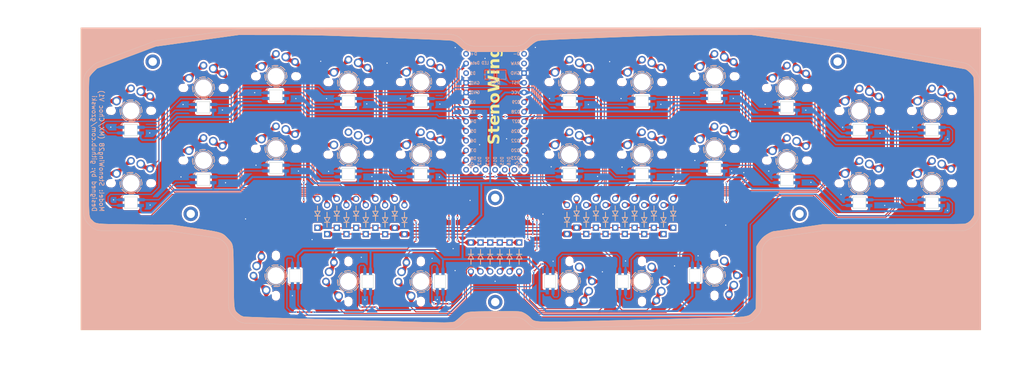
<source format=kicad_pcb>
(kicad_pcb (version 20241229) (generator "pcbnew") (generator_version "9.0")
  (title_block (title "Stenowing") (date "2024-10-05") (rev "1.0") (company "Gzowski.co.uk"))
  (layers (0 "F.Cu" signal) (2 "B.Cu" signal) (13 "F.Paste" user) (15 "B.Paste" user) (5 "F.SilkS" user "F.Silkscreen") (7 "B.SilkS" user "B.Silkscreen") (1 "F.Mask" user) (3 "B.Mask" user) (25 "Edge.Cuts" user))
  (net 0 "")
  (net 1 "GND")
  (net 2 "Net-(LED1-DOUT)")
  (net 3 "LED_D_IN")
  (net 4 "Net-(LED2-DOUT)")
  (net 5 "Net-(LED3-DOUT)")
  (net 6 "Net-(LED4-DOUT)")
  (net 7 "Net-(LED5-DOUT)")
  (net 8 "Net-(LED6-DOUT)")
  (net 9 "Net-(LED7-DOUT)")
  (net 10 "Net-(LED8-DOUT)")
  (net 11 "Net-(LED10-DIN)")
  (net 12 "Net-(LED10-DOUT)")
  (net 13 "Net-(LED11-DOUT)")
  (net 14 "Net-(LED12-DOUT)")
  (net 15 "Net-(LED13-DOUT)")
  (net 16 "Net-(LED14-DOUT)")
  (net 17 "Net-(LED15-DOUT)")
  (net 18 "Net-(LED16-DOUT)")
  (net 19 "Net-(LED17-DOUT)")
  (net 20 "Net-(LED18-DOUT)")
  (net 21 "Net-(LED19-DOUT)")
  (net 22 "Net-(LED20-DOUT)")
  (net 23 "Net-(LED21-DOUT)")
  (net 24 "Net-(LED22-DOUT)")
  (net 25 "vsys")
  (net 26 "Col_1")
  (net 27 "Col_2")
  (net 28 "Col_3")
  (net 29 "Col_4")
  (net 30 "Col_11")
  (net 31 "col_10")
  (net 32 "col_9")
  (net 33 "col_8")
  (net 34 "col_7")
  (net 35 "col_6")
  (net 36 "col_5")
  (net 37 "SW_D1")
  (net 38 "SW_D2")
  (net 39 "SW_D3")
  (net 40 "SW_D4")
  (net 41 "SW_D5")
  (net 42 "SW_D6")
  (net 43 "SW_D7")
  (net 44 "SW_D8")
  (net 45 "SW_D9")
  (net 46 "SW_D10")
  (net 47 "SW_D11")
  (net 48 "SW_D12")
  (net 49 "SW_D13")
  (net 50 "SW_D14")
  (net 51 "SW_D15")
  (net 52 "SW_D16")
  (net 53 "SW_D17")
  (net 54 "SW_D18")
  (net 55 "SW_D19")
  (net 56 "SW_D20")
  (net 57 "SW_D21")
  (net 58 "SW_D22")
  (net 59 "SW_D23")
  (net 60 "SW_D24")
  (net 61 "SW_D25")
  (net 62 "SW_D26")
  (net 63 "SW_D27")
  (net 64 "SW_D28")
  (net 65 "row_1")
  (net 66 "row_2")
  (net 67 "row_3")
  (net 68 "RST")
  (net 69 "led23-out")
  (net 70 "led24-out")
  (net 71 "led25-out")
  (net 72 "led26-out")
  (net 73 "led27-out")
  (footprint "Symbol:silkscreensteno3" (layer "F.Cu") (at 149.39 122.9)
    (property "Reference" "G***" (hide yes))
    (property "Value" "LOGO" (hide yes))
  )
  (footprint "Button_Switch_Keyboard:SW_Cherry_Choc5_MX_1.00u_PCB_circle" (layer "F.Cu") (at 202.73696 150.829215 -90)
    (property "Reference" "SW29" (hide yes))
    (property "Value" "Blank" (hide yes))
  )
  (footprint "Button_Switch_Keyboard:SW_Cherry_Choc5_MX_1.00u_PCB_circle" (layer "F.Cu") (at 77.302737 145.806349 90)
    (property "Reference" "SW23" (hide yes))
    (property "Value" "Blank" (hide yes))
  )
  (footprint "Button_Switch_Keyboard:SW_Cherry_Choc5_MX_1.00u_PCB_circle" (layer "F.Cu") (at 238.329861 99.974632)
    (property "Reference" "SW11" (hide yes))
    (property "Value" "Blank" (hide yes))
  )
  (footprint "Symbol:silkscreensteno3" (layer "F.Cu") (at 149.39 122.9)
    (property "Reference" "G***1" (hide yes))
    (property "Value" "LOGO" (hide yes))
  )
  (footprint "Diode_THT:Diode_remake3" (layer "F.Cu") (at 93.3 131.95 -90)
    (property "Reference" "1" (hide yes))
    (property "Value" "")
  )
  (footprint "Button_Switch_Keyboard:SW_Cherry_Choc5_MX_1.00u_PCB_circle" (layer "F.Cu") (at 257.365014 119.010422)
    (property "Reference" "SW22" (hide yes))
    (property "Value" "Blank" (hide yes))
  )
  (footprint "Diode_THT:Diode_remake3" (layer "F.Cu") (at 113.62 131.97 -90)
    (property "Reference" "1" (hide yes))
    (property "Value" "")
  )
  (footprint "" (layer "F.Cu") (at 50.01 92.11)
    (property "Reference" "")
    (property "Value" "")
  )
  (footprint "Button_Switch_Keyboard:SW_Cherry_Choc5_MX_1.00u_PCB_circle" (layer "F.Cu") (at 103.986915 92.390156)
    (property "Reference" "SW4" (hide yes))
    (property "Value" "Blank" (hide yes))
  )
  (footprint "Diode_THT:Diode_remake3" (layer "F.Cu") (at 141.24 143.45 90)
    (property "Reference" "1" (hide yes))
    (property "Value" "")
  )
  (footprint "Diode_THT:Diode_remake3" (layer "F.Cu") (at 98.38 131.95 -90)
    (property "Reference" "1" (hide yes))
    (property "Value" "")
  )
  (footprint "" (layer "F.Cu") (at 60 132.11)
    (property "Reference" "")
    (property "Value" "")
  )
  (footprint "Diode_THT:Diode_remake3" (layer "F.Cu") (at 169.01621 133.59193 -90)
    (property "Reference" "1" (hide yes))
    (property "Value" "")
  )
  (footprint "Button_Switch_Keyboard:SW_Cherry_Choc5_MX_1.00u_PCB_circle" (layer "F.Cu") (at 65.887886 93.929998)
    (property "Reference" "SW2" (hide yes))
    (property "Value" "Blank" (hide yes))
  )
  (footprint "Button_Switch_Keyboard:SW_Cherry_Choc5_MX_1.00u_PCB_circle" (layer "F.Cu") (at 46.840009 118.980003)
    (property "Reference" "SW12" (hide yes))
    (property "Value" "Blank" (hide yes))
  )
  (footprint "Diode_THT:Diode_remake3" (layer "F.Cu") (at 181.72621 131.93193 -90)
    (property "Reference" "1" (hide yes))
    (property "Value" "")
  )
  (footprint "Diode_THT:Diode_remake3" (layer "F.Cu") (at 184.25621 133.61193 -90)
    (property "Reference" "1" (hide yes))
    (property "Value" "")
  )
  (footprint "Diode_THT:Diode_remake3" (layer "F.Cu") (at 166.48621 131.91193 -90)
    (property "Reference" "1" (hide yes))
    (property "Value" "")
  )
  (footprint "Diode_THT:Diode_remake3" (layer "F.Cu") (at 143.78 143.45 90)
    (property "Reference" "1" (hide yes))
    (property "Value" "")
  )
  (footprint "Button_Switch_Keyboard:SW_Cherry_Choc5_MX_1.00u_PCB_circle" (layer "F.Cu") (at 84.94 90.869998)
    (property "Reference" "SW3" (hide yes))
    (property "Value" "Blank" (hide yes))
  )
  (footprint "Button_Switch_Keyboard:SW_Cherry_Choc5_MX_1.00u_PCB_circle" (layer "F.Cu") (at 200.193736 109.944255)
    (property "Reference" "SW19" (hide yes))
    (property "Value" "Blank" (hide yes))
  )
  (footprint "Button_Switch_Keyboard:SW_Cherry_Choc5_MX_1.00u_PCB_circle" (layer "F.Cu") (at 219.243728 93.942262)
    (property "Reference" "SW9" (hide yes))
    (property "Value" "Blank" (hide yes))
  )
  (footprint "Button_Switch_Keyboard:SW_Cherry_Choc5_MX_1.00u_PCB_circle" (layer "F.Cu") (at 123.029998 92.39)
    (property "Reference" "SW5" (hide yes))
    (property "Value" "Blank" (hide yes))
  )
  (footprint "Diode_THT:Diode_remake3" (layer "F.Cu") (at 103.46 131.95 -90)
    (property "Reference" "1" (hide yes))
    (property "Value" "")
  )
  (footprint "Button_Switch_Keyboard:SW_Cherry_Choc5_MX_1.00u_PCB_circle" (layer "F.Cu") (at 65.887877 112.979995)
    (property "Reference" "SW13" (hide yes))
    (property "Value" "Blank" (hide yes))
  )
  (footprint "Diode_THT:Diode_remake3" (layer "F.Cu") (at 133.62 143.45 90)
    (property "Reference" "1" (hide yes))
    (property "Value" "")
  )
  (footprint "Button_Switch_Keyboard:SW_Cherry_Choc5_MX_1.00u_PCB_circle" (layer "F.Cu") (at 181.137382 111.458116)
    (property "Reference" "SW18" (hide yes))
    (property "Value" "Blank" (hide yes))
  )
  (footprint "Diode_THT:Diode_remake3" (layer "F.Cu") (at 136.16 143.45 90)
    (property "Reference" "1" (hide yes))
    (property "Value" "")
  )
  (footprint "Diode_THT:Diode_remake3" (layer "F.Cu") (at 163.93621 133.59193 -90)
    (property "Reference" "1" (hide yes))
    (property "Value" "")
  )
  (footprint "Diode_THT:Diode_remake3" (layer "F.Cu") (at 161.40621 131.91193 -90)
    (property "Reference" "1" (hide yes))
    (property "Value" "")
  )
  (footprint "Button_Switch_Keyboard:SW_Cherry_Choc5_MX_1.00u_PCB_circle" (layer "F.Cu") (at 238.307288 118.998489)
    (property "Reference" "SW21" (hide yes))
    (property "Value" "Blank" (hide yes))
  )
  (footprint "Button_Switch_Keyboard:SW_Cherry_Choc5_MX_1.00u_PCB_circle" (layer "F.Cu") (at 257.365018 99.960418)
    (property "Reference" "SW11" (hide yes))
    (property "Value" "Blank" (hide yes))
  )
  (footprint "Diode_THT:Diode_remake3" (layer "F.Cu") (at 158.88621 133.59193 -90)
    (property "Reference" "1" (hide yes))
    (property "Value" "")
  )
  (footprint "Diode_THT:Diode_remake3" (layer "F.Cu") (at 146.32 143.45 90)
    (property "Reference" "1" (hide yes))
    (property "Value" "")
  )
  (footprint "Diode_THT:Diode_remake3" (layer "F.Cu") (at 100.92 133.616 -90)
    (property "Reference" "1" (hide yes))
    (property "Value" "")
  )
  (footprint "Button_Switch_Keyboard:SW_Cherry_Choc5_MX_1.00u_PCB_circle" (layer "F.Cu") (at 162.085013 111.444996)
    (property "Reference" "SW17" (hide yes))
    (property "Value" "Blank" (hide yes))
  )
  (footprint "footprints:Frood_PinHeader_2x13+5_P2.54mm_Labels_Top" (layer "F.Cu") (at 139.99 90.04)
    (property "Reference" "mcu" (hide yes))
    (property "Value" "" (hide yes))
  )
  (footprint "Button_Switch_Keyboard:SW_Cherry_Choc5_MX_1.00u_PCB_circle" (layer "F.Cu") (at 46.84 99.929998)
    (property "Reference" "SW1" (hide yes))
    (property "Value" "Blank" (hide yes))
  )
  (footprint "Button_Switch_Keyboard:SW_Cherry_Choc5_MX_1.00u_PCB_circle" (layer "F.Cu") (at 164.616174 152.409137 -90)
    (property "Reference" "SW27" (hide yes))
    (property "Value" "Blank" (hide yes))
  )
  (footprint "" (layer "F.Cu") (at 140.02 155.28)
    (property "Reference" "")
    (property "Value" "")
  )
  (footprint "Button_Switch_Keyboard:SW_Cherry_Choc5_MX_1.00u_PCB_circle" (layer "F.Cu") (at 103.980568 111.452852)
    (property "Reference" "SW15" (hide yes))
    (property "Value" "Blank" (hide yes))
  )
  (footprint "Diode_THT:Diode_remake3" (layer "F.Cu") (at 174.09621 133.59193 -90)
    (property "Reference" "1" (hide yes))
    (property "Value" "")
  )
  (footprint "Diode_THT:Diode_remake3" (layer "F.Cu") (at 95.84 133.616 -90)
    (property "Reference" "1" (hide yes))
    (property "Value" "")
  )
  (footprint "Button_Switch_Keyboard:SW_Cherry_Choc5_MX_1.00u_PCB_circle" (layer "F.Cu") (at 123.023646 111.452696)
    (property "Reference" "SW16" (hide yes))
    (property "Value" "Blank" (hide yes))
  )
  (footprint "Button_Switch_Keyboard:SW_Cherry_Choc5_MX_1.00u_PCB_circle" (layer "F.Cu") (at 162.085001 92.394998)
    (property "Reference" "SW6" (hide yes))
    (property "Value" "Blank" (hide yes))
  )
  (footprint "Button_Switch_Keyboard:SW_Cherry_Choc5_MX_1.00u_PCB_circle" (layer "F.Cu") (at 181.143739 92.395419)
    (property "Reference" "SW7" (hide yes))
    (property "Value" "Blank" (hide yes))
  )
  (footprint "Button_Switch_Keyboard:SW_Cherry_Choc5_MX_1.00u_PCB_circle" (layer "F.Cu") (at 115.399998 147.35 90)
    (property "Reference" "SW25" (hide yes))
    (property "Value" "Blank" (hide yes))
  )
  (footprint "Diode_THT:Diode_remake3" (layer "F.Cu") (at 176.64621 131.93193 -90)
    (property "Reference" "1" (hide yes))
    (property "Value" "")
  )
  (footprint "Diode_THT:Diode_remake3" (layer "F.Cu") (at 111.08 133.636 -90)
    (property "Reference" "1" (hide yes))
    (property "Value" "")
  )
  (footprint "Diode_THT:Diode_remake3" (layer "F.Cu") (at 106 133.616 -90)
    (property "Reference" "1" (hide yes))
    (property "Value" "")
  )
  (footprint "Button_Switch_Keyboard:SW_Cherry_Choc5_MX_1.00u_PCB_circle" (layer "F.Cu") (at 96.352699 147.346349 90)
    (property "Reference" "SW24" (hide yes))
    (property "Value" "Blank" (hide yes))
  )
  (footprint "Diode_THT:Diode_remake3" (layer "F.Cu") (at 108.54 131.95 -90)
    (property "Reference" "1" (hide yes))
    (property "Value" "")
  )
  (footprint "Diode_THT:Diode_remake3" (layer "F.Cu") (at 186.80621 131.94193 -90)
    (property "Reference" "1" (hide yes))
    (property "Value" "")
  )
  (footprint "Diode_THT:Diode_remake3" (layer "F.Cu") (at 138.7 143.45 90)
    (property "Reference" "1" (hide yes))
    (property "Value" "")
  )
  (footprint "" (layer "F.Cu") (at 140.02 127.93)
    (property "Reference" "")
    (property "Value" "")
  )
  (footprint "Button_Switch_Keyboard:SW_Cherry_Choc5_MX_1.00u_PCB_circle" (layer "F.Cu") (at 183.672316 152.414071 -90)
    (property "Reference" "SW28" (hide yes))
    (property "Value" "Blank" (hide yes))
  )
  (footprint "Button_Switch_Keyboard:SW_Cherry_Choc5_MX_1.00u_PCB_circle" (layer "F.Cu") (at 84.946347 109.907303)
    (property "Reference" "SW14" (hide yes))
    (property "Value" "Blank" (hide yes))
  )
  (footprint "Button_Switch_Keyboard:SW_Cherry_Choc5_MX_1.00u_PCB_circle" (layer "F.Cu") (at 200.200084 90.881568)
    (property "Reference" "SW8" (hide yes))
    (property "Value" "Blank" (hide yes))
  )
  (footprint "Diode_THT:Diode_remake3" (layer "F.Cu") (at 179.17621 133.61193 -90)
    (property "Reference" "1" (hide yes))
    (property "Value" "")
  )
  (footprint "Diode_THT:Diode_remake3" (layer "F.Cu") (at 116.16 133.636 -90)
    (property "Reference" "1" (hide yes))
    (property "Value" "")
  )
  (footprint "Diode_THT:Diode_remake3" (layer "F.Cu") (at 171.56621 131.91193 -90)
    (property "Reference" "1" (hide yes))
    (property "Value" "")
  )
  (footprint "Button_Switch_Keyboard:SW_Cherry_Choc5_MX_1.00u_PCB_circle" (layer "F.Cu") (at 219.237377 113.004954)
    (property "Reference" "SW20" (hide yes))
    (property "Value" "Blank" (hide yes))
  )
  (footprint "Stencils:SK6812-MINI-E" (layer "B.Cu") (at 159.551363 121.60193 180)
    (property "Reference" "LED17" (hide yes))
    (property "Value" "SK6803MINI-E-001" (hide yes))
    (fp_line (start 1.7 1.5) (end -1.7 1.5) (stroke (width 0.12)) (layer "Edge.Cuts"))
    (fp_line (start 1.7 -1.5) (end 1.7 1.5) (stroke (width 0.12)) (layer "Edge.Cuts"))
    (fp_line (start -1.7 1.5) (end -1.7 -1.5) (stroke (width 0.12)) (layer "Edge.Cuts"))
    (fp_line (start -1.7 -1.5) (end 1.7 -1.5) (stroke (width 0.12)) (layer "Edge.Cuts"))
  )
  (footprint "" (layer "B.Cu") (at 230.01 92.09)
    (property "Reference" "2")
    (property "Value" "")
  )
  (footprint "Stencils:SK6812-MINI-E" (layer "B.Cu") (at 44.273115 110.100261 180)
    (property "Reference" "LED1" (hide yes))
    (property "Value" "SK6803MINI-E-001" (hide yes))
    (fp_line (start 1.7 1.5) (end -1.7 1.5) (stroke (width 0.12)) (layer "Edge.Cuts"))
    (fp_line (start 1.7 -1.5) (end 1.7 1.5) (stroke (width 0.12)) (layer "Edge.Cuts"))
    (fp_line (start -1.7 1.5) (end -1.7 -1.5) (stroke (width 0.12)) (layer "Edge.Cuts"))
    (fp_line (start -1.7 -1.5) (end 1.7 -1.5) (stroke (width 0.12)) (layer "Edge.Cuts"))
  )
  (footprint "Stencils:SK6812-MINI-E" (layer "B.Cu") (at 173.52 149.89 90)
    (property "Reference" "LED27" (hide yes))
    (property "Value" "SK6803MINI-E-001" (hide yes))
    (fp_line (start 1.7 -1.5) (end 1.7 1.5) (stroke (width 0.12)) (layer "Edge.Cuts"))
    (fp_line (start -1.7 -1.5) (end 1.7 -1.5) (stroke (width 0.12)) (layer "Edge.Cuts"))
    (fp_line (start 1.7 1.5) (end -1.7 1.5) (stroke (width 0.12)) (layer "Edge.Cuts"))
    (fp_line (start -1.7 1.5) (end -1.7 -1.5) (stroke (width 0.12)) (layer "Edge.Cuts"))
  )
  (footprint "Stencils:SK6812-MINI-E" (layer "B.Cu") (at 254.818499 129.161122 180)
    (property "Reference" "LED22" (hide yes))
    (property "Value" "SK6803MINI-E-001" (hide yes))
    (fp_line (start 1.7 1.5) (end -1.7 1.5) (stroke (width 0.12)) (layer "Edge.Cuts"))
    (fp_line (start 1.7 -1.5) (end 1.7 1.5) (stroke (width 0.12)) (layer "Edge.Cuts"))
    (fp_line (start -1.7 1.5) (end -1.7 -1.5) (stroke (width 0.12)) (layer "Edge.Cuts"))
    (fp_line (start -1.7 -1.5) (end 1.7 -1.5) (stroke (width 0.12)) (layer "Edge.Cuts"))
  )
  (footprint "Stencils:SK6812-MINI-E" (layer "B.Cu") (at 63.320994 104.106563 180)
    (property "Reference" "LED2" (hide yes))
    (property "Value" "SK6803MINI-E-001" (hide yes))
    (fp_line (start 1.7 1.5) (end -1.7 1.5) (stroke (width 0.12)) (layer "Edge.Cuts"))
    (fp_line (start 1.7 -1.5) (end 1.7 1.5) (stroke (width 0.12)) (layer "Edge.Cuts"))
    (fp_line (start -1.7 1.5) (end -1.7 -1.5) (stroke (width 0.12)) (layer "Edge.Cuts"))
    (fp_line (start -1.7 -1.5) (end 1.7 -1.5) (stroke (width 0.12)) (layer "Edge.Cuts"))
  )
  (footprint "Stencils:SK6812-MINI-E" (layer "B.Cu") (at 120.475413 102.559964 180)
    (property "Reference" "LED5" (hide yes))
    (property "Value" "SK6803MINI-E-001" (hide yes))
    (fp_line (start 1.7 1.5) (end -1.7 1.5) (stroke (width 0.12)) (layer "Edge.Cuts"))
    (fp_line (start 1.7 -1.5) (end 1.7 1.5) (stroke (width 0.12)) (layer "Edge.Cuts"))
    (fp_line (start -1.7 1.5) (end -1.7 -1.5) (stroke (width 0.12)) (layer "Edge.Cuts"))
    (fp_line (start -1.7 -1.5) (end 1.7 -1.5) (stroke (width 0.12)) (layer "Edge.Cuts"))
  )
  (footprint "Stencils:SK6812-MINI-E" (layer "B.Cu") (at 197.654941 101.036194 180)
    (property "Reference" "LED8" (hide yes))
    (property "Value" "SK6803MINI-E-001" (hide yes))
    (fp_line (start 1.7 1.5) (end -1.7 1.5) (stroke (width 0.12)) (layer "Edge.Cuts"))
    (fp_line (start 1.7 -1.5) (end 1.7 1.5) (stroke (width 0.12)) (layer "Edge.Cuts"))
    (fp_line (start -1.7 1.5) (end -1.7 -1.5) (stroke (width 0.12)) (layer "Edge.Cuts"))
    (fp_line (start -1.7 -1.5) (end 1.7 -1.5) (stroke (width 0.12)) (layer "Edge.Cuts"))
  )
  (footprint "Stencils:SK6812-MINI-E" (layer "B.Cu") (at 120.475411 121.609962 180)
    (property "Reference" "LED16" (hide yes))
    (property "Value" "SK6803MINI-E-001" (hide yes))
    (fp_line (start 1.7 1.5) (end -1.7 1.5) (stroke (width 0.12)) (layer "Edge.Cuts"))
    (fp_line (start 1.7 -1.5) (end 1.7 1.5) (stroke (width 0.12)) (layer "Edge.Cuts"))
    (fp_line (start -1.7 1.5) (end -1.7 -1.5) (stroke (width 0.12)) (layer "Edge.Cuts"))
    (fp_line (start -1.7 -1.5) (end 1.7 -1.5) (stroke (width 0.12)) (layer "Edge.Cuts"))
  )
  (footprint "TestPoint:TestPoint_Pad_2.0x2.0mm" (layer "B.Cu") (at 138.53 95.51)
    (property "Reference" "REF**" (hide yes))
    (property "Value" "TestPoint_Pad_2.0x2.0mm")
  )
  (footprint "Stencils:SK6812-MINI-E" (layer "B.Cu") (at 235.7585 110.101123 180)
    (property "Reference" "LED10" (hide yes))
    (property "Value" "SK6803MINI-E-001" (hide yes))
    (fp_line (start 1.7 1.5) (end -1.7 1.5) (stroke (width 0.12)) (layer "Edge.Cuts"))
    (fp_line (start 1.7 -1.5) (end 1.7 1.5) (stroke (width 0.12)) (layer "Edge.Cuts"))
    (fp_line (start -1.7 1.5) (end -1.7 -1.5) (stroke (width 0.12)) (layer "Edge.Cuts"))
    (fp_line (start -1.7 -1.5) (end 1.7 -1.5) (stroke (width 0.12)) (layer "Edge.Cuts"))
  )
  (footprint "Stencils:SK6812-MINI-E" (layer "B.Cu") (at 101.438671 102.546417 180)
    (property "Reference" "LED4" (hide yes))
    (property "Value" "SK6803MINI-E-001" (hide yes))
    (fp_line (start 1.7 1.5) (end -1.7 1.5) (stroke (width 0.12)) (layer "Edge.Cuts"))
    (fp_line (start 1.7 -1.5) (end 1.7 1.5) (stroke (width 0.12)) (layer "Edge.Cuts"))
    (fp_line (start -1.7 1.5) (end -1.7 -1.5) (stroke (width 0.12)) (layer "Edge.Cuts"))
    (fp_line (start -1.7 -1.5) (end 1.7 -1.5) (stroke (width 0.12)) (layer "Edge.Cuts"))
  )
  (footprint "Stencils:SK6812-MINI-E" (layer "B.Cu") (at 44.298116 129.15026 180)
    (property "Reference" "LED12" (hide yes))
    (property "Value" "SK6803MINI-E-001" (hide yes))
    (fp_line (start 1.7 1.5) (end -1.7 1.5) (stroke (width 0.12)) (layer "Edge.Cuts"))
    (fp_line (start 1.7 -1.5) (end 1.7 1.5) (stroke (width 0.12)) (layer "Edge.Cuts"))
    (fp_line (start -1.7 1.5) (end -1.7 -1.5) (stroke (width 0.12)) (layer "Edge.Cuts"))
    (fp_line (start -1.7 -1.5) (end 1.7 -1.5) (stroke (width 0.12)) (layer "Edge.Cuts"))
  )
  (footprint "Stencils:SK6812-MINI-E" (layer "B.Cu") (at 254.8185 110.121123 180)
    (property "Reference" "LED11" (hide yes))
    (property "Value" "SK6803MINI-E-001" (hide yes))
    (fp_line (start 1.7 1.5) (end -1.7 1.5) (stroke (width 0.12)) (layer "Edge.Cuts"))
    (fp_line (start 1.7 -1.5) (end 1.7 1.5) (stroke (width 0.12)) (layer "Edge.Cuts"))
    (fp_line (start -1.7 1.5) (end -1.7 -1.5) (stroke (width 0.12)) (layer "Edge.Cuts"))
    (fp_line (start -1.7 -1.5) (end 1.7 -1.5) (stroke (width 0.12)) (layer "Edge.Cuts"))
  )
  (footprint "" (layer "B.Cu") (at 220 132.12)
    (property "Reference" "3")
    (property "Value" "")
  )
  (footprint "Stencils:SK6812-MINI-E" (layer "B.Cu") (at 197.644938 120.096196 180)
    (property "Reference" "LED19" (hide yes))
    (property "Value" "SK6803MINI-E-001" (hide yes))
    (fp_line (start 1.7 1.5) (end -1.7 1.5) (stroke (width 0.12)) (layer "Edge.Cuts"))
    (fp_line (start 1.7 -1.5) (end 1.7 1.5) (stroke (width 0.12)) (layer "Edge.Cuts"))
    (fp_line (start -1.7 1.5) (end -1.7 -1.5) (stroke (width 0.12)) (layer "Edge.Cuts"))
    (fp_line (start -1.7 -1.5) (end 1.7 -1.5) (stroke (width 0.12)) (layer "Edge.Cuts"))
  )
  (footprint "Stencils:SK6812-MINI-E" (layer "B.Cu") (at 235.758498 129.161124 180)
    (property "Reference" "LED21" (hide yes))
    (property "Value" "SK6803MINI-E-001" (hide yes))
    (fp_line (start 1.7 1.5) (end -1.7 1.5) (stroke (width 0.12)) (layer "Edge.Cuts"))
    (fp_line (start 1.7 -1.5) (end 1.7 1.5) (stroke (width 0.12)) (layer "Edge.Cuts"))
    (fp_line (start -1.7 1.5) (end -1.7 -1.5) (stroke (width 0.12)) (layer "Edge.Cuts"))
    (fp_line (start -1.7 -1.5) (end 1.7 -1.5) (stroke (width 0.12)) (layer "Edge.Cuts"))
  )
  (footprint "Stencils:SK6812-MINI-E" (layer "B.Cu") (at 216.69494 104.106197 180)
    (property "Reference" "LED9" (hide yes))
    (property "Value" "SK6803MINI-E-001" (hide yes))
    (fp_line (start 1.7 1.5) (end -1.7 1.5) (stroke (width 0.12)) (layer "Edge.Cuts"))
    (fp_line (start 1.7 -1.5) (end 1.7 1.5) (stroke (width 0.12)) (layer "Edge.Cuts"))
    (fp_line (start -1.7 1.5) (end -1.7 -1.5) (stroke (width 0.12)) (layer "Edge.Cuts"))
    (fp_line (start -1.7 -1.5) (end 1.7 -1.5) (stroke (width 0.12)) (layer "Edge.Cuts"))
  )
  (footprint "Stencils:SK6812-MINI-E" (layer "B.Cu") (at 216.68494 123.166197 180)
    (property "Reference" "LED20" (hide yes))
    (property "Value" "SK6803MINI-E-001" (hide yes))
    (fp_line (start 1.7 1.5) (end -1.7 1.5) (stroke (width 0.12)) (layer "Edge.Cuts"))
    (fp_line (start 1.7 -1.5) (end 1.7 1.5) (stroke (width 0.12)) (layer "Edge.Cuts"))
    (fp_line (start -1.7 1.5) (end -1.7 -1.5) (stroke (width 0.12)) (layer "Edge.Cuts"))
    (fp_line (start -1.7 -1.5) (end 1.7 -1.5) (stroke (width 0.12)) (layer "Edge.Cuts"))
  )
  (footprint "Stencils:SK6812-MINI-E" (layer "B.Cu") (at 154.46 149.87 90)
    (property "Reference" "LED26" (hide yes))
    (property "Value" "SK6803MINI-E-001" (hide yes))
    (fp_line (start 1.7 -1.5) (end 1.7 1.5) (stroke (width 0.12)) (layer "Edge.Cuts"))
    (fp_line (start -1.7 -1.5) (end 1.7 -1.5) (stroke (width 0.12)) (layer "Edge.Cuts"))
    (fp_line (start 1.7 1.5) (end -1.7 1.5) (stroke (width 0.12)) (layer "Edge.Cuts"))
    (fp_line (start -1.7 1.5) (end -1.7 -1.5) (stroke (width 0.12)) (layer "Edge.Cuts"))
  )
  (footprint "Stencils:SK6812-MINI-E" (layer "B.Cu") (at 87.455 148.34 -90)
    (property "Reference" "LED23" (hide yes))
    (property "Value" "SK6803MINI-E-001" (hide yes))
    (fp_line (start -1.7 1.5) (end -1.7 -1.5) (stroke (width 0.12)) (layer "Edge.Cuts"))
    (fp_line (start 1.7 1.5) (end -1.7 1.5) (stroke (width 0.12)) (layer "Edge.Cuts"))
    (fp_line (start -1.7 -1.5) (end 1.7 -1.5) (stroke (width 0.12)) (layer "Edge.Cuts"))
    (fp_line (start 1.7 -1.5) (end 1.7 1.5) (stroke (width 0.12)) (layer "Edge.Cuts"))
  )
  (footprint "Stencils:SK6812-MINI-E" (layer "B.Cu") (at 125.54 149.89 -90)
    (property "Reference" "LED25" (hide yes))
    (property "Value" "SK6803MINI-E-001" (hide yes))
    (fp_line (start -1.7 1.5) (end -1.7 -1.5) (stroke (width 0.12)) (layer "Edge.Cuts"))
    (fp_line (start 1.7 1.5) (end -1.7 1.5) (stroke (width 0.12)) (layer "Edge.Cuts"))
    (fp_line (start -1.7 -1.5) (end 1.7 -1.5) (stroke (width 0.12)) (layer "Edge.Cuts"))
    (fp_line (start 1.7 -1.5) (end 1.7 1.5) (stroke (width 0.12)) (layer "Edge.Cuts"))
  )
  (footprint "Stencils:SK6812-MINI-E" (layer "B.Cu") (at 82.391763 101.027263 180)
    (property "Reference" "LED3" (hide yes))
    (property "Value" "SK6803MINI-E-001" (hide yes))
    (fp_line (start 1.7 1.5) (end -1.7 1.5) (stroke (width 0.12)) (layer "Edge.Cuts"))
    (fp_line (start 1.7 -1.5) (end 1.7 1.5) (stroke (width 0.12)) (layer "Edge.Cuts"))
    (fp_line (start -1.7 1.5) (end -1.7 -1.5) (stroke (width 0.12)) (layer "Edge.Cuts"))
    (fp_line (start -1.7 -1.5) (end 1.7 -1.5) (stroke (width 0.12)) (layer "Edge.Cuts"))
  )
  (footprint "Stencils:SK6812-MINI-E" (layer "B.Cu") (at 82.391762 120.077262 180)
    (property "Reference" "LED14" (hide yes))
    (property "Value" "SK6803MINI-E-001" (hide yes))
    (fp_line (start 1.7 1.5) (end -1.7 1.5) (stroke (width 0.12)) (layer "Edge.Cuts"))
    (fp_line (start 1.7 -1.5) (end 1.7 1.5) (stroke (width 0.12)) (layer "Edge.Cuts"))
    (fp_line (start -1.7 1.5) (end -1.7 -1.5) (stroke (width 0.12)) (layer "Edge.Cuts"))
    (fp_line (start -1.7 -1.5) (end 1.7 -1.5) (stroke (width 0.12)) (layer "Edge.Cuts"))
  )
  (footprint "Stencils:SK6812-MINI-E" (layer "B.Cu") (at 178.594941 121.611348 180)
    (property "Reference" "LED18" (hide yes))
    (property "Value" "SK6803MINI-E-001" (hide yes))
    (fp_line (start 1.7 1.5) (end -1.7 1.5) (stroke (width 0.12)) (layer "Edge.Cuts"))
    (fp_line (start 1.7 -1.5) (end 1.7 1.5) (stroke (width 0.12)) (layer "Edge.Cuts"))
    (fp_line (start -1.7 1.5) (end -1.7 -1.5) (stroke (width 0.12)) (layer "Edge.Cuts"))
    (fp_line (start -1.7 -1.5) (end 1.7 -1.5) (stroke (width 0.12)) (layer "Edge.Cuts"))
  )
  (footprint "Stencils:SK6812-MINI-E" (layer "B.Cu") (at 192.585001 148.3 90)
    (property "Reference" "LED28" (hide yes))
    (property "Value" "SK6803MINI-E-001" (hide yes))
    (fp_line (start 1.7 -1.5) (end 1.7 1.5) (stroke (width 0.12)) (layer "Edge.Cuts"))
    (fp_line (start -1.7 -1.5) (end 1.7 -1.5) (stroke (width 0.12)) (layer "Edge.Cuts"))
    (fp_line (start 1.7 1.5) (end -1.7 1.5) (stroke (width 0.12)) (layer "Edge.Cuts"))
    (fp_line (start -1.7 1.5) (end -1.7 -1.5) (stroke (width 0.12)) (layer "Edge.Cuts"))
  )
  (footprint "Stencils:SK6812-MINI-E" (layer "B.Cu") (at 159.54621 102.55193 180)
    (property "Reference" "LED6" (hide yes))
    (property "Value" "SK6803MINI-E-001" (hide yes))
    (fp_line (start 1.7 1.5) (end -1.7 1.5) (stroke (width 0.12)) (layer "Edge.Cuts"))
    (fp_line (start 1.7 -1.5) (end 1.7 1.5) (stroke (width 0.12)) (layer "Edge.Cuts"))
    (fp_line (start -1.7 1.5) (end -1.7 -1.5) (stroke (width 0.12)) (layer "Edge.Cuts"))
    (fp_line (start -1.7 -1.5) (end 1.7 -1.5) (stroke (width 0.12)) (layer "Edge.Cuts"))
  )
  (footprint "Stencils:SK6812-MINI-E" (layer "B.Cu") (at 106.5 149.89 -90)
    (property "Reference" "LED24" (hide yes))
    (property "Value" "SK6803MINI-E-001" (hide yes))
    (fp_line (start -1.7 1.5) (end -1.7 -1.5) (stroke (width 0.12)) (layer "Edge.Cuts"))
    (fp_line (start 1.7 1.5) (end -1.7 1.5) (stroke (width 0.12)) (layer "Edge.Cuts"))
    (fp_line (start -1.7 -1.5) (end 1.7 -1.5) (stroke (width 0.12)) (layer "Edge.Cuts"))
    (fp_line (start 1.7 -1.5) (end 1.7 1.5) (stroke (width 0.12)) (layer "Edge.Cuts"))
  )
  (footprint "Stencils:SK6812-MINI-E" (layer "B.Cu") (at 101.438672 121.621418 180)
    (property "Reference" "LED15" (hide yes))
    (property "Value" "SK6803MINI-E-001" (hide yes))
    (fp_line (start 1.7 1.5) (end -1.7 1.5) (stroke (width 0.12)) (layer "Edge.Cuts"))
    (fp_line (start 1.7 -1.5) (end 1.7 1.5) (stroke (width 0.12)) (layer "Edge.Cuts"))
    (fp_line (start -1.7 1.5) (end -1.7 -1.5) (stroke (width 0.12)) (layer "Edge.Cuts"))
    (fp_line (start -1.7 -1.5) (end 1.7 -1.5) (stroke (width 0.12)) (layer "Edge.Cuts"))
  )
  (footprint "Stencils:SK6812-MINI-E" (layer "B.Cu") (at 63.345997 123.151562 180)
    (property "Reference" "LED13" (hide yes))
    (property "Value" "SK6803MINI-E-001" (hide yes))
    (fp_line (start 1.7 1.5) (end -1.7 1.5) (stroke (width 0.12)) (layer "Edge.Cuts"))
    (fp_line (start 1.7 -1.5) (end 1.7 1.5) (stroke (width 0.12)) (layer "Edge.Cuts"))
    (fp_line (start -1.7 1.5) (end -1.7 -1.5) (stroke (width 0.12)) (layer "Edge.Cuts"))
    (fp_line (start -1.7 -1.5) (end 1.7 -1.5) (stroke (width 0.12)) (layer "Edge.Cuts"))
  )
  (footprint "TestPoint:TestPoint_Pad_2.0x2.0mm" (layer "B.Cu") (at 141.65 95.52)
    (property "Reference" "RST")
    (property "Value" "TestPoint_Pad_2.0x2.0mm")
  )
  (footprint "Stencils:SK6812-MINI-E" (layer "B.Cu") (at 178.594941 102.551348 180)
    (property "Reference" "LED7" (hide yes))
    (property "Value" "SK6803MINI-E-001" (hide yes))
    (fp_line (start 1.7 1.5) (end -1.7 1.5) (stroke (width 0.12)) (layer "Edge.Cuts"))
    (fp_line (start 1.7 -1.5) (end 1.7 1.5) (stroke (width 0.12)) (layer "Edge.Cuts"))
    (fp_line (start -1.7 1.5) (end -1.7 -1.5) (stroke (width 0.12)) (layer "Edge.Cuts"))
    (fp_line (start -1.7 -1.5) (end 1.7 -1.5) (stroke (width 0.12)) (layer "Edge.Cuts"))
  )
  (gr_line (start 266.108427 94.418427) (end 265.179727 93.489727) (stroke (width 0.05)) (layer "Edge.Cuts"))
  (gr_arc (start 267.28 131.883146) (mid 266.975518 133.41388) (end 266.108427 134.711573) (stroke (width 0.05)) (layer "Edge.Cuts"))
  (gr_line (start 148.265087 160.495087) (end 148.872554 161.102554) (stroke (width 0.05)) (layer "Edge.Cuts"))
  (gr_arc (start 74.522928 160.843309) (mid 73.050825 160.51916) (end 71.803214 159.673214) (stroke (width 0.05)) (layer "Edge.Cuts"))
  (gr_line (start 134.591885 159.346498) (end 145.428179 159.323523) (stroke (width 0.05)) (layer "Edge.Cuts"))
  (gr_line (start 267.28 131.883146) (end 267.28 97.246854) (stroke (width 0.05)) (layer "Edge.Cuts"))
  (gr_arc (start 210.11 156.087043) (mid 209.806776 157.614693) (end 208.943129 158.91076) (stroke (width 0.05)) (layer "Edge.Cuts"))
  (gr_line (start 31.85 97.216854) (end 31.85 131.853146) (stroke (width 0.05)) (layer "Edge.Cuts"))
  (gr_line (start 33.679304 135.339304) (end 33.021573 134.681573) (stroke (width 0.05)) (layer "Edge.Cuts"))
  (gr_arc (start 31.85 97.216854) (mid 32.154482 95.68612) (end 33.021573 94.388427) (stroke (width 0.05)) (layer "Edge.Cuts"))
  (gr_line (start 74.522928 160.843309) (end 128.219726 162.303229) (stroke (width 0.05)) (layer "Edge.Cuts"))
  (gr_line (start 36.505615 136.510876) (end 53.458447 136.519846) (stroke (width 0.05)) (layer "Edge.Cuts"))
  (gr_line (start 265.452009 135.367991) (end 266.108427 134.711573) (stroke (width 0.05)) (layer "Edge.Cuts"))
  (gr_line (start 131.769597 86.849597) (end 131.046023 86.126023) (stroke (width 0.05)) (layer "Edge.Cuts"))
  (gr_line (start 148.993943 86.136057) (end 148.272743 86.857257) (stroke (width 0.05)) (layer "Edge.Cuts"))
  (gr_arc (start 34.235819 93.174181) (mid 34.900426 92.638402) (end 35.663591 92.255854) (stroke (width 0.05)) (layer "Edge.Cuts"))
  (gr_arc (start 131.156867 161.133133) (mid 129.80881 162.020698) (end 128.219726 162.303229) (stroke (width 0.05)) (layer "Edge.Cuts"))
  (gr_line (start 213.545683 138.350399) (end 226.038736 136.570081) (stroke (width 0.05)) (layer "Edge.Cuts"))
  (gr_arc (start 229.088639 86.571449) (mid 229.149927 86.580474) (end 229.211068 86.590447) (stroke (width 0.05)) (layer "Edge.Cuts"))
  (gr_arc (start 131.771939 160.518061) (mid 133.065714 159.652586) (end 134.591885 159.346498) (stroke (width 0.05)) (layer "Edge.Cuts"))
  (gr_line (start 145.441491 88.028829) (end 134.595199 88.021169) (stroke (width 0.05)) (layer "Edge.Cuts"))
  (gr_arc (start 128.377091 84.957631) (mid 129.821721 85.290186) (end 131.046023 86.126023) (stroke (width 0.05)) (layer "Edge.Cuts"))
  (gr_line (start 151.811076 162.272612) (end 205.514033 160.793944) (stroke (width 0.05)) (layer "Edge.Cuts"))
  (gr_arc (start 206.842629 83.51) (mid 207.119335 83.519585) (end 207.394716 83.548283) (stroke (width 0.05)) (layer "Edge.Cuts"))
  (gr_line (start 72.676394 83.53797) (end 51.337291 86.499315) (stroke (width 0.05)) (layer "Edge.Cuts"))
  (gr_line (start 34.235819 93.174181) (end 33.021573 94.388427) (stroke (width 0.05)) (layer "Edge.Cuts"))
  (gr_line (start 128.377091 84.957631) (end 91.929716 83.503181) (stroke (width 0.05)) (layer "Edge.Cuts"))
  (gr_arc (start 53.458447 136.519846) (mid 53.749222 136.530583) (end 54.038448 136.562429) (stroke (width 0.05)) (layer "Edge.Cuts"))
  (gr_line (start 71.101573 158.971573) (end 71.803214 159.673214) (stroke (width 0.05)) (layer "Edge.Cuts"))
  (gr_arc (start 148.993943 86.136057) (mid 150.218287 85.300208) (end 151.662959 84.967662) (stroke (width 0.05)) (layer "Edge.Cuts"))
  (gr_arc (start 72.676394 83.53797) (mid 72.950656 83.509504) (end 73.226227 83.5) (stroke (width 0.05)) (layer "Edge.Cuts"))
  (gr_arc (start 66.512117 138.397246) (mid 68.957248 139.740132) (end 69.93 142.354662) (stroke (width 0.05)) (layer "Edge.Cuts"))
  (gr_arc (start 71.101573 158.971573) (mid 70.234482 157.67388) (end 69.93 156.143146) (stroke (width 0.05)) (layer "Edge.Cuts"))
  (gr_arc (start 226.038736 136.570081) (mid 226.320712 136.540051) (end 226.604107 136.530075) (stroke (width 0.05)) (layer "Edge.Cuts"))
  (gr_line (start 188.130326 83.513178) (end 151.662959 84.967662) (stroke (width 0.05)) (layer "Edge.Cuts"))
  (gr_arc (start 145.428179 159.323523) (mid 146.963483 159.626363) (end 148.265087 160.495087) (stroke (width 0.05)) (layer "Edge.Cuts"))
  (gr_line (start 208.237067 159.619176) (end 208.943129 158.91076) (stroke (width 0.05)) (layer "Edge.Cuts"))
  (gr_line (start 131.156867 161.133133) (end 131.771939 160.518061) (stroke (width 0.05)) (layer "Edge.Cuts"))
  (gr_arc (start 33.021573 134.681573) (mid 32.154483 133.383879) (end 31.85 131.853146) (stroke (width 0.05)) (layer "Edge.Cuts"))
  (gr_arc (start 50.486468 86.714591) (mid 50.905958 86.583552) (end 51.337291 86.499315) (stroke (width 0.05)) (layer "Edge.Cuts"))
  (gr_arc (start 91.770221 83.5) (mid 91.849984 83.500794) (end 91.929716 83.503181) (stroke (width 0.05)) (layer "Edge.Cuts"))
  (gr_line (start 69.93 142.354662) (end 69.93 156.143146) (stroke (width 0.05)) (layer "Edge.Cuts"))
  (gr_arc (start 36.505615 136.510876) (mid 34.976015 136.205998) (end 33.679304 135.339304) (stroke (width 0.05)) (layer "Edge.Cuts"))
  (gr_line (start 91.770221 83.5) (end 73.226227 83.5) (stroke (width 0.05)) (layer "Edge.Cuts"))
  (gr_line (start 229.088639 86.571449) (end 207.394716 83.548283) (stroke (width 0.05)) (layer "Edge.Cuts"))
  (gr_arc (start 148.272743 86.857257) (mid 146.973745 87.724888) (end 145.441491 88.028829) (stroke (width 0.05)) (layer "Edge.Cuts"))
  (gr_arc (start 208.237067 159.619176) (mid 206.988449 160.468262) (end 205.514033 160.793944) (stroke (width 0.05)) (layer "Edge.Cuts"))
  (gr_arc (start 266.108427 94.418427) (mid 266.975518 95.71612) (end 267.28 97.246854) (stroke (width 0.05)) (layer "Edge.Cuts"))
  (gr_line (start 54.038448 136.562429) (end 66.512117 138.397246) (stroke (width 0.05)) (layer "Edge.Cuts"))
  (gr_line (start 210.11 156.087043) (end 210.11 142.310392) (stroke (width 0.05)) (layer "Edge.Cuts"))
  (gr_arc (start 265.452009 135.367991) (mid 264.153829 136.235284) (end 262.622528 136.539563) (stroke (width 0.05)) (layer "Edge.Cuts"))
  (gr_line (start 206.842629 83.51) (end 188.130326 83.513178) (stroke (width 0.05)) (layer "Edge.Cuts"))
  (gr_arc (start 210.11 142.310392) (mid 211.08864 139.689068) (end 213.545683 138.350399) (stroke (width 0.05)) (layer "Edge.Cuts"))
  (gr_line (start 50.486468 86.714591) (end 35.663591 92.255854) (stroke (width 0.05)) (layer "Edge.Cuts"))
  (gr_line (start 226.604107 136.530075) (end 262.622528 136.539563) (stroke (width 0.05)) (layer "Edge.Cuts"))
  (gr_arc (start 151.811076 162.272612) (mid 150.221257 161.990358) (end 148.872554 161.102554) (stroke (width 0.05)) (layer "Edge.Cuts"))
  (gr_arc (start 263.025816 92.375436) (mid 264.189254 92.765414) (end 265.179727 93.489727) (stroke (width 0.05)) (layer "Edge.Cuts"))
  (gr_arc (start 134.595199 88.021169) (mid 133.065982 87.716153) (end 131.769597 86.849597) (stroke (width 0.05)) (layer "Edge.Cuts"))
  (gr_line (start 263.025816 92.375436) (end 229.211068 86.590447) (stroke (width 0.05)) (layer "Edge.Cuts"))
  (gr_text "StenoWing" (at 141.61 113.96 90) (layer "F.SilkS") (effects (font (size 3 3) (thickness 0.2) (bold yes)) (justify left bottom)))
  (gr_text "Model: StenoWing28 (MX/Choc V1)\nDesigned by: github.com/gzowski\n" (at 33.93 131.64 270) (layer "B.SilkS") (effects (font (size 1.2 1.2) (thickness 0.2) (bold yes)) (justify left bottom mirror)))
  (via (at 192.49 118.08) (size 0.5) (drill 0.3) (layers "F.Cu" "B.Cu") (net 1))
  (via (at 68.31 104.82) (size 0.5) (drill 0.3) (layers "F.Cu" "B.Cu") (net 1))
  (via (at 94.15 92.01) (size 0.5) (drill 0.3) (layers "F.Cu" "B.Cu") (net 1))
  (via (at 242.39 129.89) (size 0.5) (drill 0.3) (layers "F.Cu" "B.Cu") (net 1))
  (via (at 230.92 127.03) (size 0.5) (drill 0.3) (layers "F.Cu" "B.Cu") (net 1))
  (via (at 91.89 138.87) (size 0.5) (drill 0.3) (layers "F.Cu" "B.Cu") (net 1))
  (via (at 168.19 147.34) (size 0.5) (drill 0.3) (layers "F.Cu" "B.Cu") (net 1))
  (via (at 166.92 122.26) (size 0.5) (drill 0.3) (layers "F.Cu" "B.Cu") (net 1))
  (via (at 231.34 109.351123) (size 0.5) (drill 0.3) (layers "F.Cu" "B.Cu") (net 1))
  (via (at 249.738877 109.371123) (size 0.5) (drill 0.3) (layers "F.Cu" "B.Cu") (net 1))
  (via (at 106.26 103.21) (size 0.5) (drill 0.3) (layers "F.Cu" "B.Cu") (net 1))
  (via (at 57.99 103.37) (size 0.5) (drill 0.3) (layers "F.Cu" "B.Cu") (net 1))
  (via (at 173.35 119.81) (size 0.5) (drill 0.3) (layers "F.Cu" "B.Cu") (net 1))
  (via (at 39.7 128.41) (size 0.5) (drill 0.3) (layers "F.Cu" "B.Cu") (net 1))
  (via (at 140 149.83) (size 0.5) (drill 0.3) (layers "F.Cu" "B.Cu") (net 1))
  (via (at 222.99 123.82) (size 0.5) (drill 0.3) (layers "F.Cu" "B.Cu") (net 1))
  (via (at 69.14 123.92) (size 0.5) (drill 0.3) (layers "F.Cu" "B.Cu") (net 1))
  (via (at 152.57 132.17) (size 0.5) (drill 0.3) (layers "F.Cu" "B.Cu") (net 1))
  (via (at 150.57 88.37) (size 0.5) (drill 0.3) (layers "F.Cu" "B.Cu") (net 1))
  (via (at 249.76 128.44) (size 0.5) (drill 0.3) (layers "F.Cu" "B.Cu") (net 1))
  (via (at 49.21 110.84) (size 0.5) (drill 0.3) (layers "F.Cu" "B.Cu") (net 1))
  (via (at 86.7 153.61) (size 0.5) (drill 0.3) (layers "F.Cu" "B.Cu") (net 1))
  (via (at 38.97 109.33) (size 0.5) (drill 0.3) (layers "F.Cu" "B.Cu") (net 1))
  (via (at 111.6 92.48) (size 0.5) (drill 0.3) (layers "F.Cu" "B.Cu") (net 1))
  (via (at 170.09 92.1) (size 0.5) (drill 0.3) (layers "F.Cu" "B.Cu") (net 1))
  (via (at 96.22 120.94) (size 0.5) (drill 0.3) (layers "F.Cu" "B.Cu") (net 1))
  (via (at 77.15 119.33) (size 0.5) (drill 0.3) (layers "F.Cu" "B.Cu") (net 1))
  (via (at 115.37 120.85) (size 0.5) (drill 0.3) (layers "F.Cu" "B.Cu") (net 1))
  (via (at 143.01 112.38) (size 0.5) (drill 0.3) (layers "F.Cu" "B.Cu") (net 1))
  (via (at 202.6 101.76) (size 0.5) (drill 0.3) (layers "F.Cu" "B.Cu") (net 1))
  (via (at 88.3 120.86) (size 0.5) (drill 0.3) (layers "F.Cu" "B.Cu") (net 1))
  (via (at 241.15 110.91) (size 0.5) (drill 0.3) (layers "F.Cu" "B.Cu") (net 1))
  (via (at 125.36 122.47) (size 0.5) (drill 0.3) (layers "F.Cu" "B.Cu") (net 1))
  (via (at 210.98 103.33) (size 0.5) (drill 0.3) (layers "F.Cu" "B.Cu") (net 1))
  (via (at 154.31 101.8) (size 0.5) (drill 0.3) (layers "F.Cu" "B.Cu") (net 1))
  (via (at 133.41 128.57) (size 0.5) (drill 0.3) (layers "F.Cu" "B.Cu") (net 1))
  (via (at 192.27 100.34) (size 0.5) (drill 0.3) (layers "F.Cu" "B.Cu") (net 1))
  (via (at 129.51 88.4) (size 0.5) (drill 0.3) (layers "F.Cu" "B.Cu") (net 1))
  (via (at 74.4 133.44) (size 0.5) (drill 0.3) (layers "F.Cu" "B.Cu") (net 1))
  (via (at 57.43 122.4) (size 0.5) (drill 0.3) (layers "F.Cu" "B.Cu") (net 1))
  (via (at 129.48 147.02) (size 0.5) (drill 0.3) (layers "F.Cu" "B.Cu") (net 1))
  (via (at 128.97 141.25) (size 0.5) (drill 0.3) (layers "F.Cu" "B.Cu") (net 1))
  (via (at 173.1 101.8) (size 0.5) (drill 0.3) (layers "F.Cu" "B.Cu") (net 1))
  (via (at 193.35 143.13) (size 0.5) (drill 0.3) (layers "F.Cu" "B.Cu") (net 1))
  (via (at 164.5 103.37) (size 0.5) (drill 0.3) (layers "F.Cu" "B.Cu") (net 1))
  (via (at 258.95 112.4) (size 0.5) (drill 0.3) (layers "F.Cu" "B.Cu") (net 1))
  (via (at 135.24 100.2) (size 0.5) (drill 0.3) (layers "F.Cu" "B.Cu") (net 1))
  (via (at 202.15 120.83) (size 0.5) (drill 0.3) (layers "F.Cu" "B.Cu") (net 1))
  (via (at 115.06 101.82) (size 0.5) (drill 0.3) (layers "F.Cu" "B.Cu") (net 1))
  (via (at 137.34 91.24) (size 0.5) (drill 0.3) (layers "F.Cu" "B.Cu") (net 1))
  (via (at 125.46 103.26) (size 0.5) (drill 0.3) (layers "F.Cu" "B.Cu") (net 1))
  (via (at 186.64 122.37) (size 0.5) (drill 0.3) (layers "F.Cu" "B.Cu") (net 1))
  (via (at 135.91 113.93) (size 0.5) (drill 0.3) (layers "F.Cu" "B.Cu") (net 1))
  (via (at 104.83 143.53) (size 0.5) (drill 0.3) (layers "F.Cu" "B.Cu") (net 1))
  (via (at 174.27 144.49) (size 0.5) (drill 0.3) (layers "F.Cu" "B.Cu") (net 1))
  (via (at 211.91 120.86) (size 0.5) (drill 0.3) (layers "F.Cu" "B.Cu") (net 1))
  (via (at 155.24 144.56) (size 0.5) (drill 0.3) (layers "F.Cu" "B.Cu") (net 1))
  (via (at 154.74 119.73) (size 0.5) (drill 0.3) (layers "F.Cu" "B.Cu") (net 1))
  (via (at 205.34 121.28) (size 0.5) (drill 0.3) (layers "F.Cu" "B.Cu") (net 1))
  (via (at 200.6 135.08) (size 0.5) (drill 0.3) (layers "F.Cu" "B.Cu") (net 1))
  (via (at 123.43 143.81) (size 0.5) (drill 0.3) (layers "F.Cu" "B.Cu") (net 1))
  (via (at 105.76 154.69) (size 0.5) (drill 0.3) (layers "F.Cu" "B.Cu") (net 1))
  (via (at 221.65 104.87) (size 0.5) (drill 0.3) (layers "F.Cu" "B.Cu") (net 1))
  (via (at 87.62 101.81) (size 0.5) (drill 0.3) (layers "F.Cu" "B.Cu") (net 1))
  (via (at 187.15 145.79) (size 0.5) (drill 0.3) (layers "F.Cu" "B.Cu") (net 1))
  (via (at 107.61 122.31) (size 0.5) (drill 0.3) (layers "F.Cu" "B.Cu") (net 1))
  (via (at 76.8 100.25) (size 0.5) (drill 0.3) (layers "F.Cu" "B.Cu") (net 1))
  (via (at 49.32 129.79) (size 0.5) (drill 0.3) (layers "F.Cu" "B.Cu") (net 1))
  (via (at 124.8 154.61) (size 0.5) (drill 0.3) (layers "F.Cu" "B.Cu") (net 1))
  (via (at 95.69 101.82) (size 0.5) (drill 0.3) (layers "F.Cu" "B.Cu") (net 1))
  (via (at 258.89 131.26) (size 0.5) (drill 0.3) (layers "F.Cu" "B.Cu") (net 1))
  (via (at 183.55 103.32) (size 0.5) (drill 0.3) (layers "F.Cu" "B.Cu") (net 1))
  (segment (start 86.7 153.61) (end 86.7 150.895) (width 0.3) (layer "B.Cu") (net 1))
  (segment (start 214.14494 103.356197) (end 211.006197 103.356197) (width 0.25) (layer "B.Cu") (net 1))
  (segment (start 79.841763 100.277263) (end 76.827263 100.277263) (width 0.25) (layer "B.Cu") (net 1))
  (segment (start 98.888671 101.796417) (end 95.713583 101.796417) (width 0.25) (layer "B.Cu") (net 1))
  (segment (start 58.003437 103.356563) (end 57.99 103.37) (width 0.25) (layer "B.Cu") (net 1))
  (segment (start 41.723115 109.350261) (end 38.990261 109.350261) (width 0.3) (layer "B.Cu") (net 1))
  (segment (start 154.31193 101.80193) (end 154.31 101.8) (width 0.25) (layer "B.Cu") (net 1))
  (segment (start 115.37 120.85) (end 115.95 120.85) (width 0.25) (layer "B.Cu") (net 1))
  (segment (start 155.21 144.59) (end 155.24 144.56) (width 0.3) (layer "B.Cu") (net 1))
  (segment (start 154.74 120.35) (end 154.74 119.73) (width 0.25) (layer "B.Cu") (net 1))
  (segment (start 195.104941 100.286194) (end 192.323806 100.286194) (width 0.25) (layer "B.Cu") (net 1))
  (segment (start 60.770994 103.356563) (end 58.003437 103.356563) (width 0.25) (layer "B.Cu") (net 1))
  (segment (start 193.335001 143.144999) (end 193.35 143.13) (width 0.3) (layer "B.Cu") (net 1))
  (segment (start 124.79 154.6) (end 124.79 152.44) (width 0.3) (layer "B.Cu") (net 1))
  (segment (start 176.044941 101.801348) (end 173.101348 101.801348) (width 0.25) (layer "B.Cu") (net 1))
  (segment (start 136.35 97.66) (end 138.5 95.51) (width 0.3) (layer "B.Cu") (net 1))
  (segment (start 233.208498 128.411124) (end 231.631124 128.411124) (width 0.25) (layer "B.Cu") (net 1))
  (segment (start 57.431562 122.401562) (end 57.43 122.4) (width 0.25) (layer "B.Cu") (net 1))
  (segment (start 138.53 95.51) (end 138.57 95.55) (width 0.3) (layer "B.Cu") (net 1))
  (segment (start 157.001363 120.85193) (end 155.24193 120.85193) (width 0.25) (layer "B.Cu") (net 1))
  (segment (start 173.821348 120.861348) (end 173.35 120.39) (width 0.25) (layer "B.Cu") (net 1))
  (segment (start 138.57 95.55) (end 139.12 95.55) (width 0.3) (layer "B.Cu") (net 1))
  (segment (start 230.92 127.7) (end 230.92 127.03) (width 0.25) (layer "B.Cu") (net 1))
  (segment (start 193.066196 119.346196) (end 192.49 118.77) (width 0.25) (layer "B.Cu") (net 1))
  (segment (start 156.50621 101.80193) (end 156.49621 101.79193) (width 0.3) (layer "B.Cu") (net 1))
  (segment (start 231.631124 128.411124) (end 230.92 127.7) (width 0.25) (layer "B.Cu") (net 1))
  (segment (start 96.288582 120.871418) (end 96.22 120.94) (width 0.25) (layer "B.Cu") (net 1))
  (segment (start 193.335001 145.75) (end 193.335001 143.144999) (width 0.3) (layer "B.Cu") (net 1))
  (segment (start 95.713583 101.796417) (end 95.69 101.82) (width 0.25) (layer "B.Cu") (net 1))
  (segment (start 212.566197 122.416197) (end 211.91 121.76) (width 0.25) (layer "B.Cu") (net 1))
  (segment (start 60.795997 122.401562) (end 57.431562 122.401562) (width 0.25) (layer "B.Cu") (net 1))
  (segment (start 192.49 118.77) (end 192.49 118.08) (width 0.25) (layer "B.Cu") (net 1))
  (segment (start 231.34 109.351123) (end 233.2085 109.351123) (width 0.25) (layer "B.Cu") (net 1))
  (segment (start 115.959962 120.859962) (end 117.925411 120.859962) (width 0.25) (layer "B.Cu") (net 1))
  (segment (start 77.152738 119.327262) (end 77.15 119.33) (width 0.25) (layer "B.Cu") (net 1))
  (segment (start 105.76 152.45) (end 105.75 152.44) (width 0.3) (layer "B.Cu") (net 1))
  (segment (start 249.738877 109.371123) (end 252.2685 109.371123) (width 0.25) (layer "B.Cu") (net 1))
  (segment (start 132.37 97.66) (end 136.35 97.66) (width 0.3) (layer "B.Cu") (net 1))
  (segment (start 252.268499 128.411122) (end 249.788878 128.411122) (width 0.25) (layer "B.Cu") (net 1))
  (segment (start 156.50621 101.80193) (end 156.99621 101.80193) (width 0.3) (layer "B.Cu") (net 1))
  (segment (start 195.094938 119.346196) (end 193.066196 119.346196) (width 0.25) (layer "B.Cu") (net 1))
  (segment (start 176.044941 120.861348) (end 173.821348 120.861348) (width 0.25) (layer "B.Cu") (net 1))
  (segment (start 124.8 154.61) (end 124.79 154.6) (width 0.3) (layer "B.Cu") (net 1))
  (segment (start 155.21 147.32) (end 155.21 144.59) (width 0.3) (layer "B.Cu") (net 1))
  (segment (start 156.99621 101.80193) (end 154.31193 101.80193) (width 0.25) (layer "B.Cu") (net 1))
  (segment (start 214.13494 122.416197) (end 212.566197 122.416197) (width 0.25) (layer "B.Cu") (net 1))
  (segment (start 173.101348 101.801348) (end 173.1 101.8) (width 0.25) (layer "B.Cu") (net 1))
  (segment (start 211.91 121.76) (end 211.91 120.86) (width 0.25) (layer "B.Cu") (net 1))
  (segment (start 192.323806 100.286194) (end 192.27 100.34) (width 0.25) (layer "B.Cu") (net 1))
  (segment (start 174.27 144.49) (end 174.27 147.34) (width 0.3) (layer "B.Cu") (net 1))
  (segment (start 117.925413 101.809964) (end 115.070036 101.809964) (width 0.25) (layer "B.Cu") (net 1))
  (segment (start 211.006197 103.356197) (end 210.98 103.33) (width 0.25) (layer "B.Cu") (net 1))
  (segment (start 86.7 150.895) (end 86.705 150.89) (width 0.3) (layer "B.Cu") (net 1))
  (segment (start 79.841762 119.327262) (end 77.152738 119.327262) (width 0.25) (layer "B.Cu") (net 1))
  (segment (start 39.7 128.41) (end 39.70974 128.40026) (width 0.3) (layer "B.Cu") (net 1))
  (segment (start 105.76 154.69) (end 105.76 152.45) (width 0.3) (layer "B.Cu") (net 1))
  (segment (start 138.5 95.51) (end 138.53 95.51) (width 0.3) (layer "B.Cu") (net 1))
  (segment (start 132.37 100.2) (end 135.24 100.2) (width 0.25) (layer "B.Cu") (net 1))
  (segment (start 115.95 120.85) (end 115.959962 120.859962) (width 0.25) (layer "B.Cu") (net 1))
  (segment (start 115.070036 101.809964) (end 115.06 101.82) (width 0.25) (layer "B.Cu") (net 1))
  (segment (start 249.788878 128.411122) (end 249.76 128.44) (width 0.25) (layer "B.Cu") (net 1))
  (segment (start 98.888672 120.871418) (end 96.288582 120.871418) (width 0.25) (layer "B.Cu") (net 1))
  (segment (start 173.35 120.39) (end 173.35 119.81) (width 0.25) (layer "B.Cu") (net 1))
  (segment (start 76.827263 100.277263) (end 76.8 100.25) (width 0.25) (layer "B.Cu") (net 1))
  (segment (start 38.990261 109.350261) (end 38.97 109.33) (width 0.3) (layer "B.Cu") (net 1))
  (segment (start 39.70974 128.40026) (end 41.748116 128.40026) (width 0.3) (layer "B.Cu") (net 1))
  (segment (start 155.24193 120.85193) (end 154.74 120.35) (width 0.25) (layer "B.Cu") (net 1))
  (segment (start 60.770994 104.856563) (end 55.843437 104.856563) (width 0.3) (layer "B.Cu") (net 2))
  (segment (start 55.843437 104.856563) (end 51.349739 109.350261) (width 0.3) (layer "B.Cu") (net 2))
  (segment (start 51.349739 109.350261) (end 46.823115 109.350261) (width 0.3) (layer "B.Cu") (net 2))
  (segment (start 36.95 108.5) (end 36.95 109.55) (width 0.3) (layer "B.Cu") (net 3))
  (segment (start 130.441 96.459) (end 126.65 100.25) (width 0.3) (layer "B.Cu") (net 3))
  (segment (start 36.95 109.55) (end 38.250261 110.850261) (width 0.3) (layer "B.Cu") (net 3))
  (segment (start 95 100.25) (end 93.5 98.75) (width 0.3) (layer "B.Cu") (net 3))
  (segment (start 57.4 101.85) (end 51.45 107.8) (width 0.3) (layer "B.Cu") (net 3))
  (segment (start 51.45 107.8) (end 37.65 107.8) (width 0.3) (layer "B.Cu") (net 3))
  (segment (start 70.7 101.85) (end 57.4 101.85) (width 0.3) (layer "B.Cu") (net 3))
  (segment (start 73.8 98.75) (end 70.7 101.85) (width 0.3) (layer "B.Cu") (net 3))
  (segment (start 37.65 107.8) (end 36.95 108.5) (width 0.3) (layer "B.Cu") (net 3))
  (segment (start 130.441 96.459) (end 130.441 94.509) (width 0.3) (layer "B.Cu") (net 3))
  (segment (start 130.441 94.509) (end 132.37 92.58) (width 0.3) (layer "B.Cu") (net 3))
  (segment (start 38.250261 110.850261) (end 41.723115 110.850261) (width 0.3) (layer "B.Cu") (net 3))
  (segment (start 93.5 98.75) (end 73.8 98.75) (width 0.3) (layer "B.Cu") (net 3))
  (segment (start 126.65 100.25) (end 95 100.25) (width 0.3) (layer "B.Cu") (net 3))
  (segment (start 72.072737 101.777263) (end 70.45 103.4) (width 0.3) (layer "B.Cu") (net 4))
  (segment (start 70.406563 103.356563) (end 65.870994 103.356563) (width 0.3) (layer "B.Cu") (net 4))
  (segment (start 79.841763 101.777263) (end 72.072737 101.777263) (width 0.3) (layer "B.Cu") (net 4))
  (segment (start 70.45 103.4) (end 70.406563 103.356563) (width 0.3) (layer "B.Cu") (net 4))
  (segment (start 89.327263 100.277263) (end 84.941763 100.277263) (width 0.3) (layer "B.Cu") (net 5))
  (segment (start 92.346417 103.296417) (end 89.327263 100.277263) (width 0.3) (layer "B.Cu") (net 5))
  (segment (start 98.888671 103.296417) (end 92.346417 103.296417) (width 0.3) (layer "B.Cu") (net 5))
  (segment (start 109.909964 103.309964) (end 108.396417 101.796417) (width 0.3) (layer "B.Cu") (net 6))
  (segment (start 117.925413 103.309964) (end 109.909964 103.309964) (width 0.3) (layer "B.Cu") (net 6))
  (segment (start 108.396417 101.796417) (end 103.988671 101.796417) (width 0.3) (layer "B.Cu") (net 6))
  (segment (start 150 98.93) (end 129.37 98.93) (width 0.3) (layer "B.Cu") (net 7))
  (segment (start 154.37193 103.30193) (end 150 98.93) (width 0.3) (layer "B.Cu") (net 7))
  (segment (start 126.490036 101.809964) (end 123.025413 101.809964) (width 0.3) (layer "B.Cu") (net 7))
  (segment (start 156.99621 103.30193) (end 154.37193 103.30193) (width 0.3) (layer "B.Cu") (net 7))
  (segment (start 129.37 98.93) (end 126.490036 101.809964) (width 0.3) (layer "B.Cu") (net 7))
  (segment (start 166.69621 101.79193) (end 166.68621 101.80193) (width 0.3) (layer "B.Cu") (net 8))
  (segment (start 176.044941 103.301348) (end 168.205628 103.301348) (width 0.3) (layer "B.Cu") (net 8))
  (segment (start 166.68621 101.80193) (end 162.09621 101.80193) (width 0.3) (layer "B.Cu") (net 8))
  (segment (start 168.205628 103.301348) (end 166.69621 101.79193) (width 0.3) (layer "B.Cu") (net 8))
  (segment (start 195.104941 101.786194) (end 181.160095 101.786194) (width 0.3) (layer "B.Cu") (net 9))
  (segment (start 195.089787 101.801348) (end 195.104941 101.786194) (width 0.5) (layer "B.Cu") (net 9))
  (segment (start 181.160095 101.786194) (end 181.144941 101.801348) (width 0.3) (layer "B.Cu") (net 9))
  (segment (start 214.14494 104.856197) (end 209.210477 104.856197) (width 0.3) (layer "B.Cu") (net 10))
  (segment (start 209.210477 104.856197) (end 204.640474 100.286194) (width 0.3) (layer "B.Cu") (net 10))
  (segment (start 204.640474 100.286194) (end 200.204941 100.286194) (width 0.3) (layer "B.Cu") (net 10))
  (segment (start 223.64621 103.34193) (end 223.631943 103.356197) (width 0.3) (layer "B.Cu") (net 11))
  (segment (start 223.631943 103.356197) (end 219.24494 103.356197) (width 0.3) (layer "B.Cu") (net 11))
  (segment (start 233.2085 110.851123) (end 231.155403 110.851123) (width 0.3) (layer "B.Cu") (net 11))
  (segment (start 231.155403 110.851123) (end 223.64621 103.34193) (width 0.3) (layer "B.Cu") (net 11))
  (segment (start 242.637017 109.351123) (end 238.3085 109.351123) (width 0.3) (layer "B.Cu") (net 12))
  (segment (start 244.175403 110.871123) (end 242.64621 109.34193) (width 0.3) (layer "B.Cu") (net 12))
  (segment (start 252.2685 110.871123) (end 244.175403 110.871123) (width 0.3) (layer "B.Cu") (net 12))
  (segment (start 242.64621 109.34193) (end 242.637017 109.351123) (width 0.3) (layer "B.Cu") (net 12))
  (segment (start 142.64 106.55) (end 142.64807 106.54193) (width 0.3) (layer "F.Cu") (net 13))
  (segment (start 136.03 106.55) (end 142.64 106.55) (width 0.3) (layer "F.Cu") (net 13))
  (segment (start 136.03 106.55) (end 136.08 106.6) (width 0.3) (layer "F.Cu") (net 13))
  (via (at 142.64807 106.54193) (size 0.5) (drill 0.3) (layers "F.Cu" "B.Cu") (net 13))
  (via (at 136.03 106.55) (size 0.5) (drill 0.3) (layers "F.Cu" "B.Cu") (net 13))
  (segment (start 187.84621 104.39193) (end 204.29621 104.39193) (width 0.3) (layer "B.Cu") (net 13))
  (segment (start 142.64807 106.54193) (end 185.69621 106.54193) (width 0.3) (layer "B.Cu") (net 13))
  (segment (start 260.22 110.2) (end 259.41193 109.39193) (width 0.3) (layer "B.Cu") (net 13))
  (segment (start 90.65 106.05) (end 89.1 104.5) (width 0.3) (layer "B.Cu") (net 13))
  (segment (start 38.27 127.66) (end 38.27 129.19) (width 0.3) (layer "B.Cu") (net 13))
  (segment (start 259.33807 113.89193) (end 260.22 113.01) (width 0.3) (layer "B.Cu") (net 13))
  (segment (start 229.49621 113.89193) (end 259.33807 113.89193) (width 0.3) (layer "B.Cu") (net 13))
  (segment (start 204.29621 104.39193) (end 207.29621 107.39193) (width 0.3) (layer "B.Cu") (net 13))
  (segment (start 257.389307 109.39193) (end 257.3685 109.371123) (width 0.3) (layer "B.Cu") (net 13))
  (segment (start 185.69621 106.54193) (end 187.84621 104.39193) (width 0.3) (layer "B.Cu") (net 13))
  (segment (start 260.22 113.01) (end 260.22 110.2) (width 0.3) (layer "B.Cu") (net 13))
  (segment (start 222.99621 107.39193) (end 229.49621 113.89193) (width 0.3) (layer "B.Cu") (net 13))
  (segment (start 124.75 106.05) (end 90.65 106.05) (width 0.3) (layer "B.Cu") (net 13))
  (segment (start 38.98026 129.90026) (end 41.748116 129.90026) (width 0.3) (layer "B.Cu") (net 13))
  (segment (start 89.1 104.5) (end 73.8 104.5) (width 0.3) (layer "B.Cu") (net 13))
  (segment (start 49.70074 126.99926) (end 38.93074 126.99926) (width 0.3) (layer "B.Cu") (net 13))
  (segment (start 51.65 112.65) (end 51.65 125.05) (width 0.3) (layer "B.Cu") (net 13))
  (segment (start 70.75 107.55) (end 56.75 107.55) (width 0.3) (layer "B.Cu") (net 13))
  (segment (start 125.25 106.55) (end 124.75 106.05) (width 0.3) (layer "B.Cu") (net 13))
  (segment (start 38.27 129.19) (end 38.98026 129.90026) (width 0.3) (layer "B.Cu") (net 13))
  (segment (start 56.75 107.55) (end 51.65 112.65) (width 0.3) (layer "B.Cu") (net 13))
  (segment (start 73.8 104.5) (end 70.75 107.55) (width 0.3) (layer "B.Cu") (net 13))
  (segment (start 259.41193 109.39193) (end 257.389307 109.39193) (width 0.3) (layer "B.Cu") (net 13))
  (segment (start 38.93074 126.99926) (end 38.27 127.66) (width 0.3) (layer "B.Cu") (net 13))
  (segment (start 207.29621 107.39193) (end 222.99621 107.39193) (width 0.3) (layer "B.Cu") (net 13))
  (segment (start 51.65 125.05) (end 49.70074 126.99926) (width 0.3) (layer "B.Cu") (net 13))
  (segment (start 136.03 106.55) (end 125.25 106.55) (width 0.3) (layer "B.Cu") (net 13))
  (segment (start 51.54974 128.40026) (end 56.048438 123.901562) (width 0.3) (layer "B.Cu") (net 14))
  (segment (start 46.848116 128.40026) (end 51.54974 128.40026) (width 0.3) (layer "B.Cu") (net 14))
  (segment (start 56.048438 123.901562) (end 60.795997 123.901562) (width 0.3) (layer "B.Cu") (net 14))
  (segment (start 73.922738 120.827262) (end 79.841762 120.827262) (width 0.3) (layer "B.Cu") (net 15))
  (segment (start 72.348438 122.401562) (end 73.922738 120.827262) (width 0.3) (layer "B.Cu") (net 15))
  (segment (start 65.895997 122.401562) (end 72.348438 122.401562) (width 0.3) (layer "B.Cu") (net 15))
  (segment (start 84.941762 119.327262) (end 91.377262 119.327262) (width 0.3) (layer "B.Cu") (net 16))
  (segment (start 91.377262 119.327262) (end 94.421418 122.371418) (width 0.3) (layer "B.Cu") (net 16))
  (segment (start 94.421418 122.371418) (end 98.888672 122.371418) (width 0.3) (layer "B.Cu") (net 16))
  (segment (start 111.871418 120.871418) (end 113.359962 122.359962) (width 0.3) (layer "B.Cu") (net 17))
  (segment (start 113.359962 122.359962) (end 117.925411 122.359962) (width 0.3) (layer "B.Cu") (net 17))
  (segment (start 103.988672 120.871418) (end 111.871418 120.871418) (width 0.3) (layer "B.Cu") (net 17))
  (segment (start 139.97 122.34) (end 138.7 122.34) (width 0.3) (layer "F.Cu") (net 18))
  (segment (start 138.68 122.36) (end 137.48 122.36) (width 0.3) (layer "F.Cu") (net 18))
  (segment (start 138.7 122.34) (end 138.68 122.36) (width 0.3) (layer "F.Cu") (net 18))
  (via (at 139.97 122.34) (size 0.5) (drill 0.3) (layers "F.Cu" "B.Cu") (net 18))
  (via (at 137.48 122.36) (size 0.5) (drill 0.3) (layers "F.Cu" "B.Cu") (net 18))
  (segment (start 152.59428 122.34) (end 152.60621 122.35193) (width 0.3) (layer "B.Cu") (net 18))
  (segment (start 139.97 122.34) (end 152.59428 122.34) (width 0.3) (layer "B.Cu") (net 18))
  (segment (start 127.2 122.35) (end 125.709962 120.859962) (width 0.3) (layer "B.Cu") (net 18))
  (segment (start 137.48 122.36) (end 137.47 122.35) (width 0.3) (layer "B.Cu") (net 18))
  (segment (start 137.47 122.35) (end 127.2 122.35) (width 0.3) (layer "B.Cu") (net 18))
  (segment (start 125.709962 120.859962) (end 123.025411 120.859962) (width 0.3) (layer "B.Cu") (net 18))
  (segment (start 152.60621 122.35193) (end 157.001363 122.35193) (width 0.3) (layer "B.Cu") (net 18))
  (segment (start 171.665628 122.361348) (end 176.044941 122.361348) (width 0.3) (layer "B.Cu") (net 19))
  (segment (start 162.101363 120.85193) (end 170.15621 120.85193) (width 0.3) (layer "B.Cu") (net 19))
  (segment (start 170.15621 120.85193) (end 171.665628 122.361348) (width 0.3) (layer "B.Cu") (net 19))
  (segment (start 195.079786 120.861348) (end 195.094938 120.846196) (width 0.3) (layer "B.Cu") (net 20))
  (segment (start 181.144941 120.861348) (end 195.079786 120.861348) (width 0.3) (layer "B.Cu") (net 20))
  (segment (start 181.160093 120.846196) (end 181.144941 120.861348) (width 0.5) (layer "B.Cu") (net 20))
  (segment (start 212.471943 123.916197) (end 207.901942 119.346196) (width 0.3) (layer "B.Cu") (net 21))
  (segment (start 214.13494 123.916197) (end 212.471943 123.916197) (width 0.3) (layer "B.Cu") (net 21))
  (segment (start 207.901942 119.346196) (end 200.194938 119.346196) (width 0.3) (layer "B.Cu") (net 21))
  (segment (start 233.208498 129.911124) (end 231.165404 129.911124) (width 0.3) (layer "B.Cu") (net 22))
  (segment (start 231.165404 129.911124) (end 223.670477 122.416197) (width 0.3) (layer "B.Cu") (net 22))
  (segment (start 223.670477 122.416197) (end 219.23494 122.416197) (width 0.3) (layer "B.Cu") (net 22))
  (segment (start 247.865402 129.911122) (end 246.365404 128.411124) (width 0.3) (layer "B.Cu") (net 23))
  (segment (start 252.268499 129.911122) (end 247.865402 129.911122) (width 0.3) (layer "B.Cu") (net 23))
  (segment (start 246.365404 128.411124) (end 238.308498 128.411124) (width 0.3) (layer "B.Cu") (net 23))
  (segment (start 207.06 134.92) (end 215.06 126.92) (width 0.3) (layer "B.Cu") (net 24))
  (segment (start 202.24 158.71) (end 207.06 153.89) (width 0.3) (layer "B.Cu") (net 24))
  (segment (start 259.35 132.6) (end 260.19 131.76) (width 0.3) (layer "B.Cu") (net 24))
  (segment (start 145.681 151.741) (end 152.65 158.71) (width 0.3) (layer "B.Cu") (net 24))
  (segment (start 88.205 156.145) (end 90.75 158.69) (width 0.3) (layer "B.Cu") (net 24))
  (segment (start 90.75 158.69) (end 127.38 158.69) (width 0.3) (layer "B.Cu") (net 24))
  (segment (start 260.19 129.39) (end 259.211122 128.411122) (width 0.3) (layer "B.Cu") (net 24))
  (segment (start 127.38 158.69) (end 134.329 151.741) (width 0.3) (layer "B.Cu") (net 24))
  (segment (start 259.211122 128.411122) (end 257.368499 128.411122) (width 0.3) (layer "B.Cu") (net 24))
  (segment (start 215.06 126.92) (end 224.46 126.92) (width 0.3) (layer "B.Cu") (net 24))
  (segment (start 88.205 150.89) (end 88.205 156.145) (width 0.3) (layer "B.Cu") (net 24))
  (segment (start 224.46 126.92) (end 230.14 132.6) (width 0.3) (layer "B.Cu") (net 24))
  (segment (start 260.19 131.76) (end 260.19 129.39) (width 0.3) (layer "B.Cu") (net 24))
  (segment (start 207.06 153.89) (end 207.06 134.92) (width 0.3) (layer "B.Cu") (net 24))
  (segment (start 134.329 151.741) (end 145.681 151.741) (width 0.3) (layer "B.Cu") (net 24))
  (segment (start 152.65 158.71) (end 202.24 158.71) (width 0.3) (layer "B.Cu") (net 24))
  (segment (start 230.14 132.6) (end 259.35 132.6) (width 0.3) (layer "B.Cu") (net 24))
  (segment (start 151.66 152.35) (end 151.73 152.42) (width 0.5) (layer "B.Cu") (net 25))
  (segment (start 221.09621 106.49193) (end 219.25 106.49193) (width 0.5) (layer "B.Cu") (net 25))
  (segment (start 172.77 156.46) (end 172.77 152.44) (width 0.5) (layer "B.Cu") (net 25))
  (segment (start 128.19 105.1) (end 123.1 105.1) (width 0.5) (layer "B.Cu") (net 25))
  (segment (start 181.144941 124.04193) (end 181.144941 122.361348) (width 0.5) (layer "B.Cu") (net 25))
  (segment (start 225.021477 125.417197) (end 218.29621 125.417197) (width 0.5) (layer "B.Cu") (net 25))
  (segment (start 151.66 146.92) (end 151.66 151.332074) (width 0.5) (layer "B.Cu") (net 25))
  (segment (start 126.29 144) (end 124.02 141.73) (width 0.5) (layer "B.Cu") (net 25))
  (segment (start 131.43 104.01) (end 129.28 104.01) (width 0.5) (layer "B.Cu") (net 25))
  (segment (start 47.26 112.7) (end 46.823115 112.263115) (width 0.5) (layer "B.Cu") (net 25))
  (segment (start 149.43 100.2) (end 147.61 100.2) (width 0.5) (layer "B.Cu") (net 25))
  (segment (start 147.61 100.2) (end 142.6 100.2) (width 0.5) (layer "B.Cu") (net 25))
  (segment (start 123.1 105.1) (end 104.95 105.1) (width 0.5) (layer "B.Cu") (net 25))
  (segment (start 238.35 112.84193) (end 238.3085 112.80043) (width 0.5) (layer "B.Cu") (net 25))
  (segment (start 231.016404 131.412124) (end 225.021477 125.417197) (width 0.5) (layer "B.Cu") (net 25))
  (segment (start 103.988672 122.371418) (end 103.99 122.372746) (width 0.5) (layer "B.Cu") (net 25))
  (segment (start 182.04621 105.19193) (end 163.14621 105.19193) (width 0.5) (layer "B.Cu") (net 25))
  (segment (start 70.35 106.65) (end 66.7 106.65) (width 0.5) (layer "B.Cu") (net 25))
  (segment (start 138.7 104.15) (end 138.7 119.95) (width 0.5) (layer "B.Cu") (net 25))
  (segment (start 107.25 147.34) (end 107.25 141.8) (width 0.5) (layer "B.Cu") (net 25))
  (segment (start 219.25 104.861257) (end 219.24494 104.856197) (width 0.5) (layer "B.Cu") (net 25))
  (segment (start 151.73 152.42) (end 153.71 152.42) (width 0.5) (layer "B.Cu") (net 25))
  (segment (start 88.205 143.135) (end 88.205 145.79) (width 0.5) (layer "B.Cu") (net 25))
  (segment (start 154.42193 105.19193) (end 149.43 100.2) (width 0.5) (layer "B.Cu") (net 25))
  (segment (start 218.29621 125.417197) (end 207.521477 125.417197) (width 0.5) (layer "B.Cu") (net 25))
  (segment (start 104.95 105.1) (end 90.95 105.1) (width 0.5) (layer "B.Cu") (net 25))
  (segment (start 163.14621 105.19193) (end 162.09621 105.19193) (width 0.5) (layer "B.Cu") (net 25))
  (segment (start 131.44 137.4) (end 131.44 144) (width 0.5) (layer "B.Cu") (net 25))
  (segment (start 65.870994 104.856563) (end 65.870994 106.65) (width 0.5) (layer "B.Cu") (net 25))
  (segment (start 129.28 104.01) (end 128.19 105.1) (width 0.5) (layer "B.Cu") (net 25))
  (segment (start 238.3085 112.80043) (end 238.3085 110.851123) (width 0.5) (layer "B.Cu") (net 25))
  (segment (start 171.56 157.67) (end 172.77 156.46) (width 0.5) (layer "B.Cu") (net 25))
  (segment (start 103.99 122.372746) (end 103.99 123.96193) (width 0.5) (layer "B.Cu") (net 25))
  (segment (start 239.99621 112.84193) (end 238.35 112.84193) (width 0.5) (layer "B.Cu") (net 25))
  (segment (start 199.04621 122.49193) (end 200.194938 122.49193) (width 0.5) (layer "B.Cu") (net 25))
  (segment (start 84.941762 122.45) (end 84.941762 120.827262) (width 0.5) (layer "B.Cu") (net 25))
  (segment (start 200.24 103.48193) (end 200.24 101.821253) (width 0.5) (layer "B.Cu") (net 25))
  (segment (start 123.025411 123.977341) (end 123.09 124.04193) (width 0.5) (layer "B.Cu") (net 25))
  (segment (start 86 103.55) (end 73.45 103.55) (width 0.5) (layer "B.Cu") (net 25))
  (segment (start 257.177878 131.412122) (end 257.368499 131.221501) (width 0.5) (layer "B.Cu") (net 25))
  (segment (start 138.7 124.03193) (end 138.69 124.04193) (width 0.5) (layer "B.Cu") (net 25))
  (segment (start 123.025413 105.025413) (end 123.1 105.1) (width 0.5) (layer "B.Cu") (net 25))
  (segment (start 138.79 104.01) (end 133.46 104.01) (width 0.5) (layer "B.Cu") (net 25))
  (segment (start 181.144941 103.301348) (end 181.144941 105.146871) (width 0.5) (layer "B.Cu") (net 25))
  (segment (start 65.895997 125.8) (end 67.1 125.8) (width 0.5) (layer "B.Cu") (net 25))
  (segment (start 138.7 124.03193) (end 138.7 121.09) (width 0.5) (layer "B.Cu") (net 25))
  (segment (start 200.24 101.821253) (end 200.204941 101.786194) (width 0.5) (layer "B.Cu") (net 25))
  (segment (start 201.54621 103.59193) (end 200.13 103.59193) (width 0.5) (layer "B.Cu") (net 25))
  (segment (start 142.6 100.2) (end 138.79 104.01) (width 0.5) (layer "B.Cu") (net 25))
  (segment (start 89.61 141.73) (end 88.205 143.135) (width 0.5) (layer "B.Cu") (net 25))
  (segment (start 47.26 131.75) (end 49.65 131.75) (width 0.5) (layer "B.Cu") (net 25))
  (segment (start 103.988671 105.1) (end 104.95 105.1) (width 0.5) (layer "B.Cu") (net 25))
  (segment (start 123.025411 122.359962) (end 123.025411 123.977341) (width 0.5) (layer "B.Cu") (net 25))
  (segment (start 107.25 141.8) (end 107.32 141.73) (width 0.5) (layer "B.Cu") (net 25))
  (segment (start 219.25 106.49193) (end 219.25 104.861257) (width 0.5) (layer "B.Cu") (net 25))
  (segment (start 191.835001 153.694999) (end 187.86 157.67) (width 0.5) (layer "B.Cu") (net 25))
  (segment (start 153.4 157.67) (end 171 157.67) (width 0.5) (layer "B.Cu") (net 25))
  (segment (start 223.49621 106.49193) (end 221.09621 106.49193) (width 0.5) (layer "B.Cu") (net 25))
  (segment (start 187.86 157.67) (end 171 157.67) (width 0.5) (layer "B.Cu") (net 25))
  (segment (start 187.19621 103.59193) (end 185.59621 105.19193) (width 0.5) (layer "B.Cu") (net 25))
  (segment (start 191.835001 150.85) (end 191.835001 153.694999) (width 0.5) (layer "B.Cu") (net 25))
  (segment (start 148.74 144) (end 151.66 146.92) (width 0.5) (layer "B.Cu") (net 25))
  (segment (start 151.66 151.332074) (end 151.66 155.93) (width 0.5) (layer "B.Cu") (net 25))
  (segment (start 67.1 125.8) (end 72.85 125.8) (width 0.5) (layer "B.Cu") (net 25))
  (segment (start 46.848116 131.338116) (end 47.26 131.75) (width 0.5) (layer "B.Cu") (net 25))
  (segment (start 207.54621 106.49193) (end 204.64621 103.59193) (width 0.5) (layer "B.Cu") (net 25))
  (segment (start 219.23494 125.417197) (end 219.23494 123.916197) (width 0.5) (layer "B.Cu") (net 25))
  (segment (start 84.941763 101.777263) (end 84.941763 103.55) (width 0.5) (layer "B.Cu") (net 25))
  (segment (start 103.988671 103.296417) (end 103.988671 105.1) (width 0.5) (layer "B.Cu") (net 25))
  (segment (start 181.19 105.19193) (end 182.04621 105.19193) (width 0.5) (layer "B.Cu") (net 25))
  (segment (start 131.43 104.01) (end 138.84 104.01) (width 0.3) (layer "B.Cu") (net 25))
  (segment (start 131.96 144) (end 126.29 144) (width 0.5) (layer "B.Cu") (net 25))
  (segment (start 191.19621 122.49193) (end 199.04621 122.49193) (width 0.5) (layer "B.Cu") (net 25))
  (segment (start 201.54621 103.59193) (end 187.19621 103.59193) (width 0.5) (layer "B.Cu") (net 25))
  (segment (start 185.59621 105.19193) (end 182.04621 105.19193) (width 0.5) (layer "B.Cu") (net 25))
  (segment (start 171 157.67) (end 171.56 157.67) (width 0.5) (layer "B.Cu") (net 25))
  (segment (start 103.99 123.96193) (end 103.91 124.04193) (width 0.5) (layer "B.Cu") (net 25))
  (segment (start 90.95 105.1) (end 89.4 103.55) (width 0.5) (layer "B.Cu") (net 25))
  (segment (start 238.308498 131.412124) (end 237.769572 131.412124) (width 0.5) (layer "B.Cu") (net 25))
  (segment (start 46.749116 129.99926) (end 46.848116 129.90026) (width 0.5) (layer "B.Cu") (net 25))
  (segment (start 151.66 151.332074) (end 151.66 152.35) (width 0.5) (layer "B.Cu") (net 25))
  (segment (start 138.7 124.03193) (end 136.36 124.03193) (width 0.5) (layer "B.Cu") (net 25))
  (segment (start 162.101363 124.04193) (end 162.101363 122.35193) (width 0.5) (layer "B.Cu") (net 25))
  (segment (start 55.6 125.8) (end 67.1 125.8) (width 0.5) (layer "B.Cu") (net 25))
  (segment (start 237.769572 131.412124) (end 231.016404 131.412124) (width 0.5) (layer "B.Cu") (net 25))
  (segment (start 131.96 144) (end 148.74 144) (width 0.5) (layer "B.Cu") (net 25))
  (segment (start 200.194938 122.49193) (end 200.194938 120.846196) (width 0.5) (layer "B.Cu") (net 25))
  (segment (start 162.09621 105.19193) (end 162.09621 103.30193) (width 0.5) (layer "B.Cu") (net 25))
  (segment (start 46.823115 112.263115) (end 46.823115 110.850261) (width 0.5) (layer "B.Cu") (net 25))
  (segment (start 136.36 124.03193) (end 136.36 132.48) (width 0.5) (layer "B.Cu") (net 25))
  (segment (start 189.64621 124.04193) (end 191.19621 122.49193) (width 0.5) (layer "B.Cu") (net 25))
  (segment (start 207.521477 125.417197) (end 204.59621 122.49193) (width 0.5) (layer "B.Cu") (net 25))
  (segment (start 160.74621 124.04193) (end 138.69 124.04193) (width 0.5) (layer "B.Cu") (net 25))
  (segment (start 160.74621 124.04193) (end 179.79621 124.04193) (width 0.5) (layer "B.Cu") (net 25))
  (segment (start 131.44 144) (end 131.96 144) (width 0.5) (layer "B.Cu") (net 25))
  (segment (start 126.29 144.03) (end 126.26 144) (width 0.5) (layer "B.Cu") (net 25))
  (segment (start 65.895997 123.901562) (end 65.895997 125.8) (width 0.5) (layer "B.Cu") (net 25))
  (segment (start 65.870994 106.65) (end 66.7 106.65) (width 0.5) (layer "B.Cu") (net 25))
  (segment (start 204.59621 122.49193) (end 199.04621 122.49193) (width 0.5) (layer "B.Cu") (net 25))
  (segment (start 72.85 125.8) (end 76.2 122.45) (width 0.5) (layer "B.Cu") (net 25))
  (segment (start 86.25 122.45) (end 84.941762 122.45) (width 0.5) (layer "B.Cu") (net 25))
  (segment (start 56.45 106.65) (end 50.4 112.7) (width 0.5) (layer "B.Cu") (net 25))
  (segment (start 200.13 103.59193) (end 200.24 103.48193) (width 0.5) (layer "B.Cu") (net 25))
  (segment (start 151.66 155.93) (end 153.4 157.67) (width 0.5) (layer "B.Cu") (net 25))
  (segment (start 49.65 131.75) (end 55.6 125.8) (width 0.5) (layer "B.Cu") (net 25))
  (segment (start 91.475 122.975) (end 90.95 122.45) (width 0.5) (layer "B.Cu") (net 25))
  (segment (start 229.84621 112.84193) (end 223.49621 106.49193) (width 0.5) (layer "B.Cu") (net 25))
  (segment (start 164.09621 105.19193) (end 154.42193 105.19193) (width 0.5) (layer "B.Cu") (net 25))
  (segment (start 160.74621 124.04193) (end 162.101363 124.04193) (width 0.5) (layer "B.Cu") (net 25))
  (segment (start 123.09 124.04193) (end 103.91 124.04193) (width 0.5) (layer "B.Cu") (net 25))
  (segment (start 204.64621 103.59193) (end 201.54621 103.59193) (width 0.5) (layer "B.Cu") (net 25))
  (segment (start 237.769574 131.412122) (end 257.177878 131.412122) (width 0.5) (layer "B.Cu") (net 25))
  (segment (start 76.2 122.45) (end 86.25 122.45) (width 0.5) (layer "B.Cu") (net 25))
  (segment (start 73.45 103.55) (end 70.35 106.65) (width 0.5) (layer "B.Cu") (net 25))
  (segment (start 257.3685 112.06964) (end 256.59621 112.84193) (width 0.5) (layer "B.Cu") (net 25))
  (segment (start 238.308498 129.911124) (end 238.308498 131.412124) (width 0.5) (layer "B.Cu") (net 25))
  (segment (start 124.02 141.73) (end 107.32 141.73) (width 0.5) (layer "B.Cu") (net 25))
  (segment (start 103.91 124.04193) (end 92.54193 124.04193) (width 0.5) (layer "B.Cu") (net 25))
  (segment (start 218.29621 125.417197) (end 219.23494 125.417197) (width 0.5) (layer "B.Cu") (net 25))
  (segment (start 257.368499 131.221501) (end 257.368499 129.911122) (width 0.5) (layer "B.Cu") (net 25))
  (segment (start 237.769572 131.412124) (end 237.769574 131.412122) (width 0.5) (layer "B.Cu") (net 25))
  (segment (start 239.99621 112.84193) (end 229.84621 112.84193) (width 0.5) (layer "B.Cu") (net 25))
  (segment (start 84.941763 103.55) (end 86 103.55) (width 0.5) (layer "B.Cu") (net 25))
  (segment (start 136.36 132.48) (end 131.44 137.4) (width 0.5) (layer "B.Cu") (net 25))
  (segment (start 181.144941 105.146871) (end 181.19 105.19193) (width 0.5) (layer "B.Cu") (net 25))
  (segment (start 138.69 124.04193) (end 123.09 124.04193) (width 0.5) (layer "B.Cu") (net 25))
  (segment (start 179.79621 124.04193) (end 181.144941 124.04193) (width 0.5) (layer "B.Cu") (net 25))
  (segment (start 221.09621 106.49193) (end 207.54621 106.49193) (width 0.5) (layer "B.Cu") (net 25))
  (segment (start 92.54193 124.04193) (end 91.475 122.975) (width 0.5) (layer "B.Cu") (net 25))
  (segment (start 107.32 141.73) (end 89.61 141.73) (width 0.5) (layer "B.Cu") (net 25))
  (segment (start 123.025413 103.309964) (end 123.025413 105.025413) (width 0.5) (layer "B.Cu") (net 25))
  (segment (start 46.848116 129.90026) (end 46.848116 131.338116) (width 0.5) (layer "B.Cu") (net 25))
  (segment (start 50.4 112.7) (end 47.26 112.7) (width 0.5) (layer "B.Cu") (net 25))
  (segment (start 256.59621 112.84193) (end 239.99621 112.84193) (width 0.5) (layer "B.Cu") (net 25))
  (segment (start 90.95 122.45) (end 86.25 122.45) (width 0.5) (layer "B.Cu") (net 25))
  (segment (start 66.7 106.65) (end 56.45 106.65) (width 0.5) (layer "B.Cu") (net 25))
  (segment (start 138.7 119.95) (end 138.7 124.03193) (width 0.3) (layer "B.Cu") (net 25))
  (segment (start 257.3685 110.871123) (end 257.3685 112.06964) (width 0.5) (layer "B.Cu") (net 25))
  (segment (start 179.79621 124.04193) (end 189.64621 124.04193) (width 0.5) (layer "B.Cu") (net 25))
  (segment (start 89.4 103.55) (end 86 103.55) (width 0.5) (layer "B.Cu") (net 25))
  (segment (start 164.09621 105.19193) (end 163.14621 105.19193) (width 0.3) (layer "B.Cu") (net 25))
  (segment (start 126.29 147.34) (end 126.29 144.03) (width 0.5) (layer "B.Cu") (net 25))
  (segment (start 72.3 89.75) (end 75.4 86.65) (width 0.3) (layer "F.Cu") (net 26))
  (segment (start 46.840009 118.980003) (end 48.120011 120.260005) (width 0.25) (layer "F.Cu") (net 26))
  (segment (start 51.6 103.510002) (end 51.6 117.960012) (width 0.25) (layer "F.Cu") (net 26))
  (segment (start 46.84 99.929998) (end 48.120002 101.21) (width 0.25) (layer "F.Cu") (net 26))
  (segment (start 75.4 86.65) (end 90.5 86.65) (width 0.3) (layer "F.Cu") (net 26))
  (segment (start 126.1 88.4) (end 130.5 92.8) (width 0.3) (layer "F.Cu") (net 26))
  (segment (start 130.5 92.8) (end 130.5 100.87) (width 0.3) (layer "F.Cu") (net 26))
  (segment (start 48.120011 120.260005) (end 49.300007 120.260005) (width 0.25) (layer "F.Cu") (net 26))
  (segment (start 60 89.75) (end 72.3 89.75) (width 0.3) (layer "F.Cu") (net 26))
  (segment (start 54 95.75) (end 60 89.75) (width 0.3) (layer "F.Cu") (net 26))
  (segment (start 51.019998 95.75) (end 54 95.75) (width 0.3) (layer "F.Cu") (net 26))
  (segment (start 90.5 86.65) (end 92.25 88.4) (width 0.3) (layer "F.Cu") (net 26))
  (segment (start 51.6 117.960012) (end 49.300007 120.260005) (width 0.25) (layer "F.Cu") (net 26))
  (segment (start 92.25 88.4) (end 126.1 88.4) (width 0.3) (layer "F.Cu") (net 26))
  (segment (start 48.120002 101.21) (end 49.299998 101.21) (width 0.25) (layer "F.Cu") (net 26))
  (segment (start 49.299998 101.21) (end 51.6 103.510002) (width 0.25) (layer "F.Cu") (net 26))
  (segment (start 46.84 99.929998) (end 51.019998 95.75) (width 0.3) (layer "F.Cu") (net 26))
  (segment (start 130.5 100.87) (end 132.37 102.74) (width 0.3) (layer "F.Cu") (net 26))
  (segment (start 67.167879 114.259997) (end 68.347875 114.259997) (width 0.25) (layer "F.Cu") (net 27))
  (segment (start 69.566884 90.251) (end 72.507521 90.251) (width 0.3) (layer "F.Cu") (net 27))
  (segment (start 92.04248 88.901) (end 125.89248 88.901) (width 0.3) (layer "F.Cu") (net 27))
  (segment (start 72.507521 90.251) (end 75.60752 87.151) (width 0.3) (layer "F.Cu") (net 27))
  (segment (start 130 102.91) (end 132.37 105.28) (width 0.3) (layer "F.Cu") (net 27))
  (segment (start 130 93.00852) (end 130 102.91) (width 0.3) (layer "F.Cu") (net 27))
  (segment (start 67.167888 95.21) (end 68.347884 95.21) (width 0.25) (layer "F.Cu") (net 27))
  (segment (start 75.60752 87.151) (end 90.29248 87.151) (width 0.3) (layer "F.Cu") (net 27))
  (segment (start 65.887886 93.929998) (end 69.566884 90.251) (width 0.3) (layer "F.Cu") (net 27))
  (segment (start 65.887886 93.929998) (end 67.167888 95.21) (width 0.25) (layer "F.Cu") (net 27))
  (segment (start 68.347884 95.21) (end 70.65 97.512116) (width 0.25) (layer "F.Cu") (net 27))
  (segment (start 65.887877 112.979995) (end 67.167879 114.259997) (width 0.25) (layer "F.Cu") (net 27))
  (segment (start 90.29248 87.151) (end 92.04248 88.901) (width 0.3) (layer "F.Cu") (net 27))
  (segment (start 70.65 111.957872) (end 68.347875 114.259997) (width 0.25) (layer "F.Cu") (net 27))
  (segment (start 125.89248 88.901) (end 130 93.00852) (width 0.3) (layer "F.Cu") (net 27))
  (segment (start 70.65 97.512116) (end 70.65 111.957872) (width 0.25) (layer "F.Cu") (net 27))
  (segment (start 79.45 139.8) (end 87.55 139.8) (width 0.25) (layer "F.Cu") (net 28))
  (segment (start 129.4 104.85) (end 129.4 93.25) (width 0.3) (layer "F.Cu") (net 28))
  (segment (start 77.302737 145.806349) (end 78.582739 144.526347) (width 0.25) (layer "F.Cu") (net 28))
  (segment (start 86.359998 89.45) (end 84.94 90.869998) (width 0.3) (layer "F.Cu") (net 28))
  (segment (start 87.55 139.8) (end 89.7 137.65) (width 0.25) (layer "F.Cu") (net 28))
  (segment (start 78.582739 140.667261) (end 79.45 139.8) (width 0.25) (layer "F.Cu") (net 28))
  (segment (start 86.220002 92.15) (end 87.399998 92.15) (width 0.25) (layer "F.Cu") (net 28))
  (segment (start 78.582739 144.526347) (end 78.582739 143.346352) (width 0.25) (layer "F.Cu") (net 28))
  (segment (start 86.226349 111.187305) (end 87.406345 111.187305) (width 0.25) (layer "F.Cu") (net 28))
  (segment (start 84.94 90.869998) (end 86.220002 92.15) (width 0.25) (layer "F.Cu") (net 28))
  (segment (start 129.4 93.25) (end 125.6 89.45) (width 0.3) (layer "F.Cu") (net 28))
  (segment (start 132.37 107.82) (end 129.4 104.85) (width 0.3) (layer "F.Cu") (net 28))
  (segment (start 89.7 108.05) (end 89.7 123.65) (width 0.25) (layer "F.Cu") (net 28))
  (segment (start 87.399998 92.15) (end 89.7 94.450002) (width 0.25) (layer "F.Cu") (net 28))
  (segment (start 84.946347 109.907303) (end 86.226349 111.187305) (width 0.25) (layer "F.Cu") (net 28))
  (segment (start 89.7 94.450002) (end 89.7 108.05) (width 0.25) (layer "F.Cu") (net 28))
  (segment (start 78.582739 143.346352) (end 78.582739 140.667261) (width 0.25) (layer "F.Cu") (net 28))
  (segment (start 89.7 108.89365) (end 87.406345 111.187305) (width 0.25) (layer "F.Cu") (net 28))
  (segment (start 89.7 137.65) (end 89.7 128.5) (width 0.25) (layer "F.Cu") (net 28))
  (segment (start 89.7 108.05) (end 89.7 108.89365) (width 0.25) (layer "F.Cu") (net 28))
  (segment (start 125.6 89.45) (end 86.359998 89.45) (width 0.3) (layer "F.Cu") (net 28))
  (via (at 89.7 128.5) (size 0.5) (drill 0.3) (layers "F.Cu" "B.Cu") (net 28))
  (via (at 89.7 123.65) (size 0.5) (drill 0.3) (layers "F.Cu" "B.Cu") (net 28))
  (segment (start 89.7 123.65) (end 89.7 128.5) (width 0.25) (layer "B.Cu") (net 28))
  (segment (start 105.266917 93.670158) (end 106.446913 93.670158) (width 0.25) (layer "F.Cu") (net 29))
  (segment (start 108.75 108.8) (end 108.75 110.42342) (width 0.25) (layer "F.Cu") (net 29))
  (segment (start 106.427071 89.95) (end 103.986915 92.390156) (width 0.3) (layer "F.Cu") (net 29))
  (segment (start 97.632701 144.886352) (end 97.632701 142.227299) (width 0.25) (layer "F.Cu") (net 29))
  (segment (start 119.24 134.21) (end 118.08 133.05) (width 0.25) (layer "F.Cu") (net 29))
  (segment (start 108.75 95.973245) (end 108.75 108.8) (width 0.25) (layer "F.Cu") (net 29))
  (segment (start 97.632701 146.066347) (end 97.632701 144.886352) (width 0.25) (layer "F.Cu") (net 29))
  (segment (start 96.352699 147.346349) (end 97.632701 146.066347) (width 0.25) (layer "F.Cu") (net 29))
  (segment (start 97.632701 142.227299) (end 98.51 141.35) (width 0.25) (layer "F.Cu") (net 29))
  (segment (start 128.8 106.79) (end 128.8 93.5) (width 0.3) (layer "F.Cu") (net 29))
  (segment (start 103.986915 92.390156) (end 105.266917 93.670158) (width 0.25) (layer "F.Cu") (net 29))
  (segment (start 125.3 89.95) (end 106.427071 89.95) (width 0.3) (layer "F.Cu") (net 29))
  (segment (start 128.8 93.5) (end 125.3 90) (width 0.3) (layer "F.Cu") (net 29))
  (segment (start 108.75 110.42342) (end 106.440566 112.732854) (width 0.25) (layer "F.Cu") (net 29))
  (segment (start 98.51 141.35) (end 116.94 141.35) (width 0.25) (layer "F.Cu") (net 29))
  (segment (start 132.37 110.36) (end 128.8 106.79) (width 0.3) (layer "F.Cu") (net 29))
  (segment (start 116.55 133.05) (end 108.75 125.25) (width 0.25) (layer "F.Cu") (net 29))
  (segment (start 108.75 125.25) (end 108.75 108.8) (width 0.25) (layer "F.Cu") (net 29))
  (segment (start 106.446913 93.670158) (end 108.75 95.973245) (width 0.25) (layer "F.Cu") (net 29))
  (segment (start 125.3 90) (end 125.3 89.95) (width 0.3) (layer "F.Cu") (net 29))
  (segment (start 116.94 141.35) (end 119.24 139.05) (width 0.25) (layer "F.Cu") (net 29))
  (segment (start 118.08 133.05) (end 116.55 133.05) (width 0.25) (layer "F.Cu") (net 29))
  (via (at 119.24 134.21) (size 0.5) (drill 0.3) (layers "F.Cu" "B.Cu") (net 29))
  (via (at 119.24 139.05) (size 0.5) (drill 0.3) (layers "F.Cu" "B.Cu") (net 29))
  (segment (start 119.24 139.05) (end 119.24 134.21) (width 0.25) (layer "B.Cu") (net 29))
  (segment (start 190.91178 86.98093) (end 204.48883 86.98093) (width 0.25) (layer "F.Cu") (net 30))
  (segment (start 220.05002 90.47993) (end 226.59702 97.02693) (width 0.25) (layer "F.Cu") (net 30))
  (segment (start 257.365018 99.960418) (end 258.645019 101.240419) (width 0.25) (layer "F.Cu") (net 30))
  (segment (start 147.692 102.708) (end 149.70805 100.69195) (width 0.25) (layer "F.Cu") (net 30))
  (segment (start 262.14621 117.969226) (end 259.825013 120.290423) (width 0.25) (layer "F.Cu") (net 30))
  (segment (start 149.73321 94.81588) (end 156.49516 88.05393) (width 0.25) (layer "F.Cu") (net 30))
  (segment (start 189.83878 88.05393) (end 190.91178 86.98093) (width 0.25) (layer "F.Cu") (net 30))
  (segment (start 204.48883 86.98093) (end 207.98783 90.47993) (width 0.25) (layer "F.Cu") (net 30))
  (segment (start 256.02252 97.02693) (end 257.365018 98.369428) (width 0.25) (layer "F.Cu") (net 30))
  (segment (start 156.49516 88.05393) (end 189.83878 88.05393) (width 0.25) (layer "F.Cu") (net 30))
  (segment (start 259.825017 101.240419) (end 262.14621 103.561612) (width 0.25) (layer "F.Cu") (net 30))
  (segment (start 149.70805 100.69195) (end 149.70805 94.84195) (width 0.25) (layer "F.Cu") (net 30))
  (segment (start 258.645015 120.290423) (end 259.825013 120.290423) (width 0.25) (layer "F.Cu") (net 30))
  (segment (start 207.98783 90.47993) (end 220.05002 90.47993) (width 0.25) (layer "F.Cu") (net 30))
  (segment (start 226.59702 97.02693) (end 256.02252 97.02693) (width 0.25) (layer "F.Cu") (net 30))
  (segment (start 147.68105 102.708) (end 147.692 102.708) (width 0.25) (layer "F.Cu") (net 30))
  (segment (start 257.365018 98.369428) (end 257.365018 99.960418) (width 0.25) (layer "F.Cu") (net 30))
  (segment (start 258.645019 101.240419) (end 259.825017 101.240419) (width 0.25) (layer "F.Cu") (net 30))
  (segment (start 262.14621 103.561612) (end 262.14621 117.969226) (width 0.25) (layer "F.Cu") (net 30))
  (segment (start 257.365014 119.010422) (end 258.645015 120.290423) (width 0.25) (layer "F.Cu") (net 30))
  (segment (start 238.307288 118.998489) (end 239.587289 120.27849) (width 0.25) (layer "F.Cu") (net 31))
  (segment (start 243.09621 103.560983) (end 243.09621 117.949567) (width 0.25) (layer "F.Cu") (net 31))
  (segment (start 237.424149 97.47793) (end 226.41021 97.47793) (width 0.25) (layer "F.Cu") (net 31))
  (segment (start 190.02559 88.50493) (end 156.68197 88.50493) (width 0.25) (layer "F.Cu") (net 31))
  (segment (start 147.70621 105.22193) (end 150.18421 102.74393) (width 0.25) (layer "F.Cu") (net 31))
  (segment (start 207.80102 90.93093) (end 204.30202 87.43193) (width 0.25) (layer "F.Cu") (net 31))
  (segment (start 239.587289 120.27849) (end 240.767287 120.27849) (width 0.25) (layer "F.Cu") (net 31))
  (segment (start 150.4484 94.7385) (end 156.32559 88.86131) (width 0.25) (layer "F.Cu") (net 31))
  (segment (start 226.41021 97.47793) (end 219.86321 90.93093) (width 0.25) (layer "F.Cu") (net 31))
  (segment (start 156.41778 88.76912) (end 156.594875 88.592025) (width 0.25) (layer "F.Cu") (net 31))
  (segment (start 150.18421 95.00269) (end 150.4484 94.7385) (width 0.25) (layer "F.Cu") (net 31))
  (segment (start 219.86321 90.93093) (end 207.80102 90.93093) (width 0.25) (layer "F.Cu") (net 31))
  (segment (start 191.09859 87.43193) (end 190.02559 88.50493) (width 0.25) (layer "F.Cu") (net 31))
  (segment (start 156.32559 88.86131) (end 156.41778 88.76912) (width 0.25) (layer "F.Cu") (net 31))
  (segment (start 240.78986 101.254633) (end 243.09621 103.560983) (width 0.25) (layer "F.Cu") (net 31))
  (segment (start 150.18421 95.37631) (end 150.18421 95.00269) (width 0.25) (layer "F.Cu") (net 31))
  (segment (start 204.30202 87.43193) (end 191.09859 87.43193) (width 0.25) (layer "F.Cu") (net 31))
  (segment (start 243.09621 117.949567) (end 240.767287 120.27849) (width 0.25) (layer "F.Cu") (net 31))
  (segment (start 150.18421 102.74393) (end 150.18421 95.37631) (width 0.25) (layer "F.Cu") (net 31))
  (segment (start 238.329861 98.383642) (end 237.424149 97.47793) (width 0.25) (layer "F.Cu") (net 31))
  (segment (start 239.587295 101.22849) (end 240.767293 101.22849) (width 0.25) (layer "F.Cu") (net 31))
  (segment (start 238.307294 99.948489) (end 239.587295 101.22849) (width 0.25) (layer "F.Cu") (net 31))
  (segment (start 238.329861 99.974632) (end 238.329861 98.383642) (width 0.25) (layer "F.Cu") (net 31))
  (segment (start 156.68197 88.50493) (end 156.32559 88.86131) (width 0.25) (layer "F.Cu") (net 31))
  (segment (start 219.237377 113.004954) (end 220.517378 114.284955) (width 0.25) (layer "F.Cu") (net 32))
  (segment (start 217.77421 91.38193) (end 219.243728 92.851448) (width 0.25) (layer "F.Cu") (net 32))
  (segment (start 207.61421 91.38193) (end 217.77421 91.38193) (width 0.25) (layer "F.Cu") (net 32))
  (segment (start 220.523729 95.222263) (end 221.703727 95.222263) (width 0.25) (layer "F.Cu") (net 32))
  (segment (start 156.86878 88.95593) (end 190.2124 88.95593) (width 0.25) (layer "F.Cu") (net 32))
  (segment (start 150.63521 104.83293) (end 150.63521 104.08193) (width 0.25) (layer "F.Cu") (net 32))
  (segment (start 224.04621 97.564746) (end 224.04621 111.936121) (width 0.25) (layer "F.Cu") (net 32))
  (segment (start 220.517378 114.284955) (end 221.697376 114.284955) (width 0.25) (layer "F.Cu") (net 32))
  (segment (start 191.2854 87.88293) (end 204.11521 87.88293) (width 0.25) (layer "F.Cu") (net 32))
  (segment (start 224.04621 111.936121) (end 221.697376 114.284955) (width 0.25) (layer "F.Cu") (net 32))
  (segment (start 147.70621 107.76193) (end 150.63521 104.83293) (width 0.25) (layer "F.Cu") (net 32))
  (segment (start 150.63521 104.08193) (end 150.63521 95.1895) (width 0.25) (layer "F.Cu") (net 32))
  (segment (start 219.243728 92.851448) (end 219.243728 93.942262) (width 0.25) (layer "F.Cu") (net 32))
  (segment (start 219.243728 93.942262) (end 220.523729 95.222263) (width 0.25) (layer "F.Cu") (net 32))
  (segment (start 204.11521 87.88293) (end 207.61421 91.38193) (width 0.25) (layer "F.Cu") (net 32))
  (segment (start 150.63521 95.1895) (end 156.86878 88.95593) (width 0.25) (layer "F.Cu") (net 32))
  (segment (start 190.2124 88.95593) (end 191.2854 87.88293) (width 0.25) (layer "F.Cu") (net 32))
  (segment (start 221.703727 95.222263) (end 224.04621 97.564746) (width 0.25) (layer "F.Cu") (net 32))
  (segment (start 180.38405 89.40693) (end 190.39921 89.40693) (width 0.25) (layer "F.Cu") (net 33))
  (segment (start 191.47221 88.33393) (end 199.243436 88.33393) (width 0.25) (layer "F.Cu") (net 33))
  (segment (start 188.52 154.58) (end 190.99 157.05) (width 0.25) (layer "F.Cu") (net 33))
  (segment (start 201.456958 155.443042) (end 201.456958 153.289212) (width 0.25) (layer "F.Cu") (net 33))
  (segment (start 151.08621 106.92193) (end 151.08621 95.37631) (width 0.25) (layer "F.Cu") (net 33))
  (segment (start 202.73696 150.829215) (end 201.456959 152.109216) (width 0.25) (layer "F.Cu") (net 33))
  (segment (start 151.08621 95.37631) (end 157.05559 89.40693) (width 0.25) (layer "F.Cu") (net 33))
  (segment (start 147.70621 110.30193) (end 151.08621 106.92193) (width 0.25) (layer "F.Cu") (net 33))
  (segment (start 190.99 157.05) (end 199.85 157.05) (width 0.25) (layer "F.Cu") (net 33))
  (segment (start 180.01043 89.40693) (end 180.38405 89.40693) (width 0.25) (layer "F.Cu") (net 33))
  (segment (start 201.456959 152.109216) (end 201.456959 153.289214) (width 0.25) (layer "F.Cu") (net 33))
  (segment (start 200.77 128.58) (end 200.77 130.05) (width 0.25) (layer "F.Cu") (net 33))
  (segment (start 204.99621 108.44) (end 204.99621 108.881781) (width 0.25) (layer "F.Cu") (net 33))
  (segment (start 199.243436 88.33393) (end 200.200084 89.290578) (width 0.25) (layer "F.Cu") (net 33))
  (segment (start 157.05559 89.40693) (end 157.83021 89.40693) (width 0.25) (layer "F.Cu") (net 33))
  (segment (start 204.99621 119.68379) (end 204.99621 108.44) (width 0.25) (layer "F.Cu") (net 33))
  (segment (start 200.200084 90.881568) (end 201.480085 92.161569) (width 0.25) (layer "F.Cu") (net 33))
  (segment (start 200.77 130.05) (end 188.52 142.3) (width 0.25) (layer "F.Cu") (net 33))
  (segment (start 201.480085 92.161569) (end 202.660083 92.161569) (width 0.25) (layer "F.Cu") (net 33))
  (segment (start 200.77 123.91) (end 204.99621 119.68379) (width 0.25) (layer "F.Cu") (net 33))
  (segment (start 157.42921 89.40693) (end 180.01043 89.40693) (width 0.25) (layer "F.Cu") (net 33))
  (segment (start 204.99621 94.497696) (end 204.99621 108.44) (width 0.25) (layer "F.Cu") (net 33))
  (segment (start 202.660083 92.161569) (end 204.99621 94.497696) (width 0.25) (layer "F.Cu") (net 33))
  (segment (start 190.39921 89.40693) (end 191.47221 88.33393) (width 0.25) (layer "F.Cu") (net 33))
  (segment (start 201.473737 111.224256) (end 202.653735 111.224256) (width 0.25) (layer "F.Cu") (net 33))
  (segment (start 188.52 142.3) (end 188.52 154.58) (width 0.25) (layer "F.Cu") (net 33))
  (segment (start 199.85 157.05) (end 201.456958 155.443042) (width 0.25) (layer "F.Cu") (net 33))
  (segment (start 204.99621 108.881781) (end 202.653735 111.224256) (width 0.25) (layer "F.Cu") (net 33))
  (segment (start 200.200084 89.290578) (end 200.200084 90.881568) (width 0.25) (layer "F.Cu") (net 33))
  (segment (start 200.193736 109.944255) (end 201.473737 111.224256) (width 0.25) (layer "F.Cu") (net 33))
  (via (at 200.77 123.91) (size 0.5) (drill 0.3) (layers "F.Cu" "B.Cu") (net 33))
  (via (at 200.77 128.58) (size 0.5) (drill 0.3) (layers "F.Cu" "B.Cu") (net 33))
  (segment (start 200.77 128.58) (end 200.77 123.91) (width 0.25) (layer "B.Cu") (net 33))
  (segment (start 200.77 123.91) (end 200.79 123.89) (width 0.25) (layer "B.Cu") (net 33))
  (segment (start 151.53721 95.56312) (end 157.2424 89.85793) (width 0.25) (layer "F.Cu") (net 34))
  (segment (start 170.35 154.4) (end 170.35 143.42) (width 0.25) (layer "F.Cu") (net 34))
  (segment (start 170.35 143.42) (end 166.74 139.81) (width 0.25) (layer "F.Cu") (net 34))
  (segment (start 157.2424 89.85793) (end 180.19724 89.85793) (width 0.25) (layer "F.Cu") (net 34))
  (segment (start 182.392315 153.694072) (end 182.392315 154.87407) (width 0.25) (layer "F.Cu") (net 34))
  (segment (start 148.56 127.04) (end 143.76 122.24) (width 0.25) (layer "F.Cu") (net 34))
  (segment (start 166.74 139.81) (end 149.72 139.81) (width 0.25) (layer "F.Cu") (net 34))
  (segment (start 147.70621 112.84193) (end 147.73807 112.84193) (width 0.25) (layer "F.Cu") (net 34))
  (segment (start 185.99621 110.339288) (end 183.597381 112.738117) (width 0.25) (layer "F.Cu") (net 34))
  (segment (start 182.392314 154.874068) (end 179.846382 157.42) (width 0.25) (layer "F.Cu") (net 34))
  (segment (start 151.53721 109.04279) (end 151.53721 95.56312) (width 0.25) (layer "F.Cu") (net 34))
  (segment (start 182.42374 93.67542) (end 183.603738 93.67542) (width 0.25) (layer "F.Cu") (net 34))
  (segment (start 182.417383 112.738117) (end 183.597381 112.738117) (width 0.25) (layer "F.Cu") (net 34))
  (segment (start 143.76 116.75) (end 147.61 112.9) (width 0.25) (layer "F.Cu") (net 34))
  (segment (start 183.603738 93.67542) (end 185.99621 96.067892) (width 0.25) (layer "F.Cu") (net 34))
  (segment (start 148.56 133.03) (end 148.56 127.04) (width 0.25) (layer "F.Cu") (net 34))
  (segment (start 185.99621 96.067892) (end 185.99621 110.339288) (width 0.25) (layer "F.Cu") (net 34))
  (segment (start 179.846382 157.42) (end 173.37 157.42) (width 0.25) (layer "F.Cu") (net 34))
  (segment (start 149.72 139.81) (end 148.56 138.65) (width 0.25) (layer "F.Cu") (net 34))
  (segment (start 181.137382 111.458116) (end 182.417383 112.738117) (width 0.25) (layer "F.Cu") (net 34))
  (segment (start 183.672316 152.414071) (end 182.392315 153.694072) (width 0.25) (layer "F.Cu") (net 34))
  (segment (start 147.73807 112.84193) (end 151.53721 109.04279) (width 0.25) (layer "F.Cu") (net 34))
  (segment (start 181.143739 90.804429) (end 181.143739 92.395419) (width 0.25) (layer "F.Cu") (net 34))
  (segment (start 180.19724 89.85793) (end 181.143739 90.804429) (width 0.25) (layer "F.Cu") (net 34))
  (segment (start 173.37 157.42) (end 170.35 154.4) (width 0.25) (layer "F.Cu") (net 34))
  (segment (start 143.76 122.24) (end 143.76 116.75) (width 0.25) (layer "F.Cu") (net 34))
  (segment (start 181.143739 92.395419) (end 182.42374 93.67542) (width 0.25) (layer "F.Cu") (net 34))
  (via (at 148.56 133.03) (size 0.5) (drill 0.3) (layers "F.Cu" "B.Cu") (net 34))
  (via (at 148.56 138.65) (size 0.5) (drill 0.3) (layers "F.Cu" "B.Cu") (net 34))
  (segment (start 148.56 138.65) (end 148.56 133.03) (width 0.25) (layer "B.Cu") (net 34))
  (segment (start 162.085001 92.394998) (end 163.365002 93.674999) (width 0.25) (layer "F.Cu") (net 35))
  (segment (start 161.175306 157.03) (end 163.336172 154.869134) (width 0.25) (layer "F.Cu") (net 35))
  (segment (start 163.336173 153.689138) (end 163.336173 154.869136) (width 0.25) (layer "F.Cu") (net 35))
  (segment (start 147.734 115.316) (end 147.61 115.44) (width 0.2) (layer "F.Cu") (net 35))
  (segment (start 150.97221 118.82221) (end 147.61 115.46) (width 0.25) (layer "F.Cu") (net 35))
  (segment (start 162.14821 129.48193) (end 162.14821 130.49793) (width 0.25) (layer "F.Cu") (net 35))
  (segment (start 149.1 154.73229) (end 151.39771 157.03) (width 0.25) (layer "F.Cu") (net 35))
  (segment (start 164.545012 112.724997) (end 168.24421 116.424195) (width 0.25) (layer "F.Cu") (net 35))
  (segment (start 168.24421 116.424195) (end 168.24421 123.38593) (width 0.25) (layer "F.Cu") (net 35))
  (segment (start 164.545 93.674999) (end 166.89621 96.026209) (width 0.25) (layer "F.Cu") (net 35))
  (segment (start 156.81421 131.51393) (end 150.97221 125.67193) (width 0.25) (layer "F.Cu") (net 35))
  (segment (start 150.97221 125.67193) (end 150.97221 118.82221) (width 0.25) (layer "F.Cu") (net 35))
  (segment (start 150.97 134.21) (end 150.97 125.67414) (width 0.25) (layer "F.Cu") (net 35))
  (segment (start 163.365014 112.724997) (end 164.545012 112.724997) (width 0.25) (layer "F.Cu") (net 35))
  (segment (start 164.616174 152.409137) (end 163.336173 153.689138) (width 0.25) (layer "F.Cu") (net 35))
  (segment (start 163.365002 93.674999) (end 164.545 93.674999) (width 0.25) (layer "F.Cu") (net 35))
  (segment (start 147.61 115.46) (end 147.61 115.44) (width 0.25) (layer "F.Cu") (net 35))
  (segment (start 161.13221 131.51393) (end 156.81421 131.51393) (width 0.25) (layer "F.Cu") (net 35))
  (segment (start 166.89621 96.026209) (end 166.89621 110.373799) (width 0.25) (layer "F.Cu") (net 35))
  (segment (start 151.39771 157.03) (end 161.175306 157.03) (width 0.25) (layer "F.Cu") (net 35))
  (segment (start 150.97 141.33) (end 149.1 143.2) (width 0.25) (layer "F.Cu") (net 35))
  (segment (start 166.89621 110.373799) (end 164.545012 112.724997) (width 0.25) (layer "F.Cu") (net 35))
  (segment (start 162.085013 111.444996) (end 163.365014 112.724997) (width 0.25) (layer "F.Cu") (net 35))
  (segment (start 168.24421 123.38593) (end 162.14821 129.48193) (width 0.25) (layer "F.Cu") (net 35))
  (segment (start 150.97 125.67414) (end 150.97221 125.67193) (width 0.25) (layer "F.Cu") (net 35))
  (segment (start 162.14821 130.49793) (end 161.13221 131.51393) (width 0.25) (layer "F.Cu") (net 35))
  (segment (start 149.1 143.2) (end 149.1 154.73229) (width 0.25) (layer "F.Cu") (net 35))
  (via (at 150.97 134.21) (size 0.5) (drill 0.3) (layers "F.Cu" "B.Cu") (net 35))
  (via (at 150.97 141.33) (size 0.5) (drill 0.3) (layers "F.Cu" "B.Cu") (net 35))
  (segment (start 150.97 141.33) (end 150.97 134.21) (width 0.25) (layer "B.Cu") (net 35))
  (segment (start 116.68 146.069998) (end 116.68 144.890002) (width 0.25) (layer "F.Cu") (net 36))
  (segment (start 124.303648 112.732698) (end 125.483644 112.732698) (width 0.25) (layer "F.Cu") (net 36))
  (segment (start 116.68 142.97) (end 116.68 144.890002) (width 0.25) (layer "F.Cu") (net 36))
  (segment (start 132.37 112.9) (end 127.85 108.38) (width 0.25) (layer "F.Cu") (net 36))
  (segment (start 127.85 110.366342) (end 125.483644 112.732698) (width 0.25) (layer "F.Cu") (net 36))
  (segment (start 127.85 109.65) (end 127.85 110.366342) (width 0.25) (layer "F.Cu") (net 36))
  (segment (start 123.023646 111.452696) (end 124.303648 112.732698) (width 0.25) (layer "F.Cu") (net 36))
  (segment (start 115.399998 147.35) (end 116.68 146.069998) (width 0.25) (layer "F.Cu") (net 36))
  (segment (start 118.15 141.5) (end 116.68 142.97) (width 0.25) (layer "F.Cu") (net 36))
  (segment (start 127.85 139) (end 125.35 141.5) (width 0.25) (layer "F.Cu") (net 36))
  (segment (start 127.85 96.030006) (end 127.85 107.7) (width 0.25) (layer "F.Cu") (net 36))
  (segment (start 127.85 109.65) (end 127.85 133) (width 0.25) (layer "F.Cu") (net 36))
  (segment (start 125.489996 93.670002) (end 127.85 96.030006) (width 0.25) (layer "F.Cu") (net 36))
  (segment (start 125.35 141.5) (end 118.15 141.5) (width 0.25) (layer "F.Cu") (net 36))
  (segment (start 123.029998 92.39) (end 124.31 93.670002) (width 0.25) (layer "F.Cu") (net 36))
  (segment (start 127.85 107.7) (end 127.85 109.65) (width 0.25) (layer "F.Cu") (net 36))
  (segment (start 124.31 93.670002) (end 125.489996 93.670002) (width 0.25) (layer "F.Cu") (net 36))
  (via (at 127.85 139) (size 0.5) (drill 0.3) (layers "F.Cu" "B.Cu") (net 36))
  (via (at 127.85 133) (size 0.5) (drill 0.3) (layers "F.Cu" "B.Cu") (net 36))
  (segment (start 127.85 133) (end 127.85 139) (width 0.25) (layer "B.Cu") (net 36))
  (segment (start 35.980002 102.469998) (end 34.85 103.6) (width 0.25) (layer "F.Cu") (net 37))
  (segment (start 40.489999 102.469998) (end 35.980002 102.469998) (width 0.25) (layer "F.Cu") (net 37))
  (segment (start 49.86557 133.05) (end 55.47607 127.4395) (width 0.25) (layer "F.Cu") (net 37))
  (segment (start 43.849999 99.109998) (end 44.300001 99.109998) (width 0.25) (layer "F.Cu") (net 37))
  (segment (start 92.5995 127.4395) (end 93.3 128.14) (width 0.25) (layer "F.Cu") (net 37))
  (segment (start 40.489999 102.469998) (end 43.849999 99.109998) (width 0.25) (layer "F.Cu") (net 37))
  (segment (start 34.85 103.6) (end 34.85 127.55) (width 0.25) (layer "F.Cu") (net 37))
  (segment (start 55.47607 127.4395) (end 92.5995 127.4395) (width 0.25) (layer "F.Cu") (net 37))
  (segment (start 40.35 133.05) (end 49.86557 133.05) (width 0.25) (layer "F.Cu") (net 37))
  (segment (start 34.85 127.55) (end 40.35 133.05) (width 0.25) (layer "F.Cu") (net 37))
  (segment (start 53.85 97.45) (end 54.830002 96.469998) (width 0.25) (layer "F.Cu") (net 38))
  (segment (start 96.7775 126.5375) (end 55.84969 126.5375) (width 0.25) (layer "F.Cu") (net 38))
  (segment (start 55.84969 126.5375) (end 53.85 124.53781) (width 0.25) (layer "F.Cu") (net 38))
  (segment (start 59.537885 96.469998) (end 62.897885 93.109998) (width 0.25) (layer "F.Cu") (net 38))
  (segment (start 98.38 128.14) (end 96.7775 126.5375) (width 0.25) (layer "F.Cu") (net 38))
  (segment (start 62.897885 93.109998) (end 63.347887 93.109998) (width 0.25) (layer "F.Cu") (net 38))
  (segment (start 53.85 124.53781) (end 53.85 97.45) (width 0.25) (layer "F.Cu") (net 38))
  (segment (start 54.830002 96.469998) (end 59.537885 96.469998) (width 0.25) (layer "F.Cu") (net 38))
  (segment (start 79.040001 93.409998) (end 82.400001 90.049998) (width 0.25) (layer "F.Cu") (net 39))
  (segment (start 74.140002 93.409998) (end 78.589999 93.409998) (width 0.25) (layer "F.Cu") (net 39))
  (segment (start 72.95 94.6) (end 74.140002 93.409998) (width 0.25) (layer "F.Cu") (net 39))
  (segment (start 98.554743 125.6355) (end 72.95 125.6355) (width 0.25) (layer "F.Cu") (net 39))
  (segment (start 78.589999 93.409998) (end 79.040001 93.409998) (width 0.25) (layer "F.Cu") (net 39))
  (segment (start 72.95 125.6355) (end 72.95 94.6) (width 0.25) (layer "F.Cu") (net 39))
  (segment (start 103.46 128.14) (end 101.059243 128.14) (width 0.25) (layer "F.Cu") (net 39))
  (segment (start 101.059243 128.14) (end 98.554743 125.6355) (width 0.25) (layer "F.Cu") (net 39))
  (segment (start 98.928363 124.7335) (end 93.6335 124.7335) (width 0.25) (layer "F.Cu") (net 40))
  (segment (start 97.636914 94.930156) (end 98.086916 94.930156) (width 0.25) (layer "F.Cu") (net 40))
  (segment (start 100.732363 126.5375) (end 98.928363 124.7335) (width 0.25) (layer "F.Cu") (net 40))
  (segment (start 91.9 96.45) (end 93.419844 94.930156) (width 0.25) (layer "F.Cu") (net 40))
  (segment (start 91.9 123) (end 91.9 96.45) (width 0.25) (layer "F.Cu") (net 40))
  (segment (start 98.086916 94.930156) (end 101.446916 91.570156) (width 0.25) (layer "F.Cu") (net 40))
  (segment (start 93.419844 94.930156) (end 97.636914 94.930156) (width 0.25) (layer "F.Cu") (net 40))
  (segment (start 93.6335 124.7335) (end 91.9 123) (width 0.25) (layer "F.Cu") (net 40))
  (segment (start 108.54 128.14) (end 106.9375 126.5375) (width 0.25) (layer "F.Cu") (net 40))
  (segment (start 106.9375 126.5375) (end 100.732363 126.5375) (width 0.25) (layer "F.Cu") (net 40))
  (segment (start 113.62 128.16) (end 113.61 128.16) (width 0.25) (layer "F.Cu") (net 41))
  (segment (start 116.679997 94.93) (end 120.039997 91.57) (width 0.25) (layer "F.Cu") (net 41))
  (segment (start 113.61 128.16) (end 111.05 125.6) (width 0.25) (layer "F.Cu") (net 41))
  (segment (start 120.039997 91.57) (end 120.489999 91.57) (width 0.25) (layer "F.Cu") (net 41))
  (segment (start 111.05 96.5) (end 112.62 94.93) (width 0.25) (layer "F.Cu") (net 41))
  (segment (start 112.62 94.93) (end 116.679997 94.93) (width 0.25) (layer "F.Cu") (net 41))
  (segment (start 111.05 125.6) (end 111.05 96.5) (width 0.25) (layer "F.Cu") (net 41))
  (segment (start 155.735 94.935) (end 159.095001 91.574999) (width 0.25) (layer "F.Cu") (net 42))
  (segment (start 151.98821 125.83393) (end 151.98821 95.74993) (width 0.25) (layer "F.Cu") (net 42))
  (segment (start 161.40621 129.83193) (end 160.24621 130.99193) (width 0.25) (layer "F.Cu") (net 42))
  (segment (start 152.80314 94.935) (end 155.735 94.935) (width 0.25) (layer "F.Cu") (net 42))
  (segment (start 159.095001 91.574999) (end 159.545002 91.574999) (width 0.25) (layer "F.Cu") (net 42))
  (segment (start 157.14621 130.99193) (end 151.98821 125.83393) (width 0.25) (layer "F.Cu") (net 42))
  (segment (start 160.24621 130.99193) (end 157.14621 130.99193) (width 0.25) (layer "F.Cu") (net 42))
  (segment (start 161.40621 128.10193) (end 161.40621 129.83193) (width 0.25) (layer "F.Cu") (net 42))
  (segment (start 151.98821 95.74993) (end 152.80314 94.935) (width 0.25) (layer "F.Cu") (net 42))
  (segment (start 166.48621 128.10193) (end 168.69521 125.89293) (width 0.25) (layer "F.Cu") (net 43))
  (segment (start 168.69521 125.89293) (end 168.69521 95.64293) (width 0.25) (layer "F.Cu") (net 43))
  (segment (start 178.153739 91.57542) (end 178.60374 91.57542) (width 0.25) (layer "F.Cu") (net 43))
  (segment (start 168.69521 95.64293) (end 169.402719 94.935421) (width 0.25) (layer "F.Cu") (net 43))
  (segment (start 174.793738 94.935421) (end 178.153739 91.57542) (width 0.25) (layer "F.Cu") (net 43))
  (segment (start 169.402719 94.935421) (end 174.793738 94.935421) (width 0.25) (layer "F.Cu") (net 43))
  (segment (start 187.84521 94.69293) (end 189.11657 93.42157) (width 0.25) (layer "F.Cu") (net 44))
  (segment (start 175.52621 124.14193) (end 186.6584 124.14193) (width 0.25) (layer "F.Cu") (net 44))
  (segment (start 193.850083 93.42157) (end 197.210084 90.061569) (width 0.25) (layer "F.Cu") (net 44))
  (segment (start 189.11657 93.42157) (end 193.850083 93.42157) (width 0.25) (layer "F.Cu") (net 44))
  (segment (start 171.56621 128.10193) (end 175.52621 124.14193) (width 0.25) (layer "F.Cu") (net 44))
  (segment (start 186.6584 124.14193) (end 187.84521 122.95512) (width 0.25) (layer "F.Cu") (net 44))
  (segment (start 187.84521 122.95512) (end 187.84521 94.69293) (width 0.25) (layer "F.Cu") (net 44))
  (segment (start 197.210084 90.061569) (end 197.660085 90.061569) (width 0.25) (layer "F.Cu") (net 44))
  (segment (start 187.03202 125.04393) (end 187.03402 125.04193) (width 0.25) (layer "F.Cu") (net 45))
  (segment (start 176.64621 128.12193) (end 179.72421 125.04393) (width 0.25) (layer "F.Cu") (net 45))
  (segment (start 179.72421 125.04393) (end 186.28478 125.04393) (width 0.25) (layer "F.Cu") (net 45))
  (segment (start 208.005876 96.482264) (end 212.893727 96.482264) (width 0.25) (layer "F.Cu") (net 45))
  (segment (start 187.03402 125.04193) (end 203.64621 125.04193) (width 0.25) (layer "F.Cu") (net 45))
  (segment (start 206.64621 97.84193) (end 208.005876 96.482264) (width 0.25) (layer "F.Cu") (net 45))
  (segment (start 186.6584 125.04393) (end 187.03202 125.04393) (width 0.25) (layer "F.Cu") (net 45))
  (segment (start 216.253728 93.122263) (end 216.703729 93.122263) (width 0.25) (layer "F.Cu") (net 45))
  (segment (start 212.893727 96.482264) (end 216.253728 93.122263) (width 0.25) (layer "F.Cu") (net 45))
  (segment (start 186.28478 125.04393) (end 186.6584 125.04393) (width 0.25) (layer "F.Cu") (net 45))
  (segment (start 206.64621 122.04193) (end 206.64621 97.84193) (width 0.25) (layer "F.Cu") (net 45))
  (segment (start 203.64621 125.04193) (end 206.64621 122.04193) (width 0.25) (layer "F.Cu") (net 45))
  (segment (start 203.27259 125.94393) (end 203.64621 125.94393) (width 0.25) (layer "F.Cu") (net 46))
  (segment (start 187.03202 125.94593) (end 187.40564 125.94593) (width 0.25) (layer "F.Cu") (net 46))
  (segment (start 186.6584 125.94593) (end 187.03202 125.94593) (width 0.25) (layer "F.Cu") (net 46))
  (segment (start 204.02083 125.94293) (end 204.02183 125.94193) (width 0.25) (layer "F.Cu") (net 46))
  (segment (start 226.19621 103.34193) (end 227.023506 102.514634) (width 0.25) (layer "F.Cu") (net 46))
  (segment (start 204.01983 125.94393) (end 204.02083 125.94293) (width 0.25) (layer "F.Cu") (net 46))
  (segment (start 187.40764 125.94393) (end 203.27259 125.94393) (width 0.25) (layer "F.Cu") (net 46))
  (segment (start 183.90221 125.94593) (end 185.91116 125.94593) (width 0.25) (layer "F.Cu") (net 46))
  (segment (start 181.72621 128.12193) (end 183.90221 125.94593) (width 0.25) (layer "F.Cu") (net 46))
  (segment (start 186.28478 125.94593) (end 186.6584 125.94593) (width 0.25) (layer "F.Cu") (net 46))
  (segment (start 224.64621 125.94193) (end 226.19621 124.39193) (width 0.25) (layer "F.Cu") (net 46))
  (segment (start 227.023506 102.514634) (end 231.97986 102.514634) (width 0.25) (layer "F.Cu") (net 46))
  (segment (start 231.957293 102.488491) (end 235.317294 99.12849) (width 0.25) (layer "F.Cu") (net 46))
  (segment (start 235.317294 99.12849) (end 235.767295 99.12849) (width 0.25) (layer "F.Cu") (net 46))
  (segment (start 185.91116 125.94593) (end 186.28478 125.94593) (width 0.25) (layer "F.Cu") (net 46))
  (segment (start 204.02183 125.94193) (end 224.64621 125.94193) (width 0.25) (layer "F.Cu") (net 46))
  (segment (start 203.64621 125.94393) (end 204.01983 125.94393) (width 0.25) (layer "F.Cu") (net 46))
  (segment (start 226.19621 124.39193) (end 226.19621 103.34193) (width 0.25) (layer "F.Cu") (net 46))
  (segment (start 187.40564 125.94593) (end 187.40764 125.94393) (width 0.25) (layer "F.Cu") (net 46))
  (segment (start 245.49621 103.04193) (end 245.59621 103.04193) (width 0.25) (layer "F.Cu") (net 47))
  (segment (start 251.015017 102.50042) (end 254.375018 99.140419) (width 0.25) (layer "F.Cu") (net 47))
  (segment (start 242.49621 132.54193) (end 245.49621 129.54193) (width 0.25) (layer "F.Cu") (net 47))
  (segment (start 223.84621 126.89193) (end 229.49621 132.54193) (width 0.25) (layer "F.Cu") (net 47))
  (segment (start 186.80621 128.13193) (end 188.04621 126.89193) (width 0.25) (layer "F.Cu") (net 47))
  (segment (start 254.375018 99.140419) (end 254.825019 99.140419) (width 0.25) (layer "F.Cu") (net 47))
  (segment (start 245.49621 129.54193) (end 245.49621 103.04193) (width 0.25) (layer "F.Cu") (net 47))
  (segment (start 188.04621 126.89193) (end 223.84621 126.89193) (width 0.25) (layer "F.Cu") (net 47))
  (segment (start 246.13772 102.50042) (end 251.015017 102.50042) (width 0.25) (layer "F.Cu") (net 47))
  (segment (start 245.59621 103.04193) (end 246.13772 102.50042) (width 0.25) (layer "F.Cu") (net 47))
  (segment (start 229.49621 132.54193) (end 242.49621 132.54193) (width 0.25) (layer "F.Cu") (net 47))
  (segment (start 35.301 127.36319) (end 35.301 122.599) (width 0.25) (layer "F.Cu") (net 48))
  (segment (start 95.84 128.638567) (end 94.189933 126.9885) (width 0.25) (layer "F.Cu") (net 48))
  (segment (start 43.850008 118.160003) (end 44.30001 118.160003) (width 0.25) (layer "F.Cu") (net 48))
  (segment (start 95.84 129.806) (end 95.84 128.638567) (width 0.25) (layer "F.Cu") (net 48))
  (segment (start 35.301 122.599) (end 36.379997 121.520003) (width 0.25) (layer "F.Cu") (net 48))
  (segment (start 40.490008 121.520003) (end 43.850008 118.160003) (width 0.25) (layer "F.Cu") (net 48))
  (segment (start 55.1345 126.9885) (end 49.524 132.599) (width 0.25) (layer "F.Cu") (net 48))
  (segment (start 94.189933 126.9885) (end 55.1345 126.9885) (width 0.25) (layer "F.Cu") (net 48))
  (segment (start 40.53681 132.599) (end 35.301 127.36319) (width 0.25) (layer "F.Cu") (net 48))
  (segment (start 49.524 132.599) (end 40.53681 132.599) (width 0.25) (layer "F.Cu") (net 48))
  (segment (start 36.379997 121.520003) (end 40.490008 121.520003) (width 0.25) (layer "F.Cu") (net 48))
  (segment (start 55.330005 115.519995) (end 59.537876 115.519995) (width 0.25) (layer "F.Cu") (net 49))
  (segment (start 98.367933 126.0865) (end 56.0365 126.0865) (width 0.25) (layer "F.Cu") (net 49))
  (segment (start 56.0365 126.0865) (end 54.301 124.351) (width 0.25) (layer "F.Cu") (net 49))
  (segment (start 100.92 129.806) (end 100.92 128.638567) (width 0.25) (layer "F.Cu") (net 49))
  (segment (start 54.301 116.549) (end 55.330005 115.519995) (width 0.25) (layer "F.Cu") (net 49))
  (segment (start 62.897876 112.159995) (end 63.347878 112.159995) (width 0.25) (layer "F.Cu") (net 49))
  (segment (start 54.301 124.351) (end 54.301 116.549) (width 0.25) (layer "F.Cu") (net 49))
  (segment (start 100.92 128.638567) (end 98.367933 126.0865) (width 0.25) (layer "F.Cu") (net 49))
  (segment (start 59.537876 115.519995) (end 62.897876 112.159995) (width 0.25) (layer "F.Cu") (net 49))
  (segment (start 74.666503 112.447303) (end 78.596346 112.447303) (width 0.25) (layer "F.Cu") (net 50))
  (segment (start 103.936967 126.9885) (end 100.561499 126.9885) (width 0.25) (layer "F.Cu") (net 50))
  (segment (start 78.596346 112.447303) (end 81.956346 109.087303) (width 0.25) (layer "F.Cu") (net 50))
  (segment (start 73.401 113.712806) (end 74.666503 112.447303) (width 0.25) (layer "F.Cu") (net 50))
  (segment (start 100.553526 126.996473) (end 98.741553 125.1845) (width 0.25) (layer "F.Cu") (net 50))
  (segment (start 106 129.806) (end 106 129.051533) (width 0.25) (layer "F.Cu") (net 50))
  (segment (start 81.956346 109.087303) (end 82.406348 109.087303) (width 0.25) (layer "F.Cu") (net 50))
  (segment (start 100.561499 126.9885) (end 100.553526 126.996473) (width 0.25) (layer "F.Cu") (net 50))
  (segment (start 73.401 125.1845) (end 73.401 113.712806) (width 0.25) (layer "F.Cu") (net 50))
  (segment (start 98.741553 125.1845) (end 73.401 125.1845) (width 0.25) (layer "F.Cu") (net 50))
  (segment (start 106 129.051533) (end 103.936967 126.9885) (width 0.25) (layer "F.Cu") (net 50))
  (segment (start 111.08 128.658567) (end 108.507933 126.0865) (width 0.25) (layer "F.Cu") (net 51))
  (segment (start 100.919173 126.0865) (end 99.115173 124.2825) (width 0.25) (layer "F.Cu") (net 51))
  (segment (start 93.82031 124.2825) (end 92.351 122.81319) (width 0.25) (layer "F.Cu") (net 51))
  (segment (start 93.557148 113.992852) (end 97.630567 113.992852) (width 0.25) (layer "F.Cu") (net 51))
  (segment (start 99.115173 124.2825) (end 93.82031 124.2825) (width 0.25) (layer "F.Cu") (net 51))
  (segment (start 92.351 115.199) (end 93.557148 113.992852) (width 0.25) (layer "F.Cu") (net 51))
  (segment (start 111.08 129.826) (end 111.08 128.658567) (width 0.25) (layer "F.Cu") (net 51))
  (segment (start 108.507933 126.0865) (end 100.919173 126.0865) (width 0.25) (layer "F.Cu") (net 51))
  (segment (start 92.351 122.81319) (end 92.351 115.199) (width 0.25) (layer "F.Cu") (net 51))
  (segment (start 116.673645 113.992696) (end 120.033645 110.632696) (width 0.25) (layer "F.Cu") (net 52))
  (segment (start 120.033645 110.632696) (end 120.483647 110.632696) (width 0.25) (layer "F.Cu") (net 52))
  (segment (start 111.501 123.091) (end 111.501 115.299) (width 0.25) (layer "F.Cu") (net 52))
  (segment (start 116.16 127.75) (end 111.501 123.091) (width 0.25) (layer "F.Cu") (net 52))
  (segment (start 116.16 129.826) (end 116.16 127.75) (width 0.25) (layer "F.Cu") (net 52))
  (segment (start 112.807304 113.992696) (end 116.673645 113.992696) (width 0.25) (layer "F.Cu") (net 52))
  (segment (start 111.501 115.299) (end 112.807304 113.992696) (width 0.25) (layer "F.Cu") (net 52))
  (segment (start 159.095013 110.624997) (end 159.545014 110.624997) (width 0.25) (layer "F.Cu") (net 53))
  (segment (start 158.88621 129.78193) (end 158.83621 129.78193) (width 0.25) (layer "F.Cu") (net 53))
  (segment (start 152.49621 123.44193) (end 152.49621 115.19193) (width 0.25) (layer "F.Cu") (net 53))
  (segment (start 153.703142 113.984998) (end 155.735012 113.984998) (width 0.25) (layer "F.Cu") (net 53))
  (segment (start 155.735012 113.984998) (end 159.095013 110.624997) (width 0.25) (layer "F.Cu") (net 53))
  (segment (start 152.49621 115.19193) (end 153.703142 113.984998) (width 0.25) (layer "F.Cu") (net 53))
  (segment (start 158.83621 129.78193) (end 152.49621 123.44193) (width 0.25) (layer "F.Cu") (net 53))
  (segment (start 169.14621 127.54193) (end 169.14621 115.39193) (width 0.25) (layer "F.Cu") (net 54))
  (segment (start 166.90621 129.78193) (end 169.14621 127.54193) (width 0.25) (layer "F.Cu") (net 54))
  (segment (start 174.787381 113.998118) (end 178.147382 110.638117) (width 0.25) (layer "F.Cu") (net 54))
  (segment (start 170.540022 113.998118) (end 174.787381 113.998118) (width 0.25) (layer "F.Cu") (net 54))
  (segment (start 163.93621 129.78193) (end 166.90621 129.78193) (width 0.25) (layer "F.Cu") (net 54))
  (segment (start 178.147382 110.638117) (end 178.597383 110.638117) (width 0.25) (layer "F.Cu") (net 54))
  (segment (start 169.14621 115.39193) (end 170.540022 113.998118) (width 0.25) (layer "F.Cu") (net 54))
  (segment (start 186.47159 124.59293) (end 186.84521 124.59293) (width 0.25) (layer "F.Cu") (net 55))
  (segment (start 188.29621 122.76831) (end 188.29621 114.29193) (width 0.25) (layer "F.Cu") (net 55))
  (segment (start 177.19521 124.59293) (end 186.47159 124.59293) (width 0.25) (layer "F.Cu") (net 55))
  (segment (start 188.29621 114.29193) (end 190.103883 112.484257) (width 0.25) (layer "F.Cu") (net 55))
  (segment (start 197.203736 109.124256) (end 197.653737 109.124256) (width 0.25) (layer "F.Cu") (net 55))
  (segment (start 186.84521 124.59293) (end 187.1094 124.32874) (width 0.25) (layer "F.Cu") (net 55))
  (segment (start 172.00621 129.78193) (end 177.19521 124.59293) (width 0.25) (layer "F.Cu") (net 55))
  (segment (start 188.03202 123.40612) (end 188.29621 123.14193) (width 0.25) (layer "F.Cu") (net 55))
  (segment (start 193.843735 112.484257) (end 197.203736 109.124256) (width 0.25) (layer "F.Cu") (net 55))
  (segment (start 169.01621 129.78193) (end 172.00621 129.78193) (width 0.25) (layer "F.Cu") (net 55))
  (segment (start 187.1094 124.32874) (end 187.14621 124.29193) (width 0.25) (layer "F.Cu") (net 55))
  (segment (start 187.14621 124.29193) (end 188.03202 123.40612) (width 0.25) (layer "F.Cu") (net 55))
  (segment (start 188.29621 123.14193) (end 188.29621 122.76831) (width 0.25) (layer "F.Cu") (net 55))
  (segment (start 190.103883 112.484257) (end 193.843735 112.484257) (width 0.25) (layer "F.Cu") (net 55))
  (segment (start 187.22083 125.49293) (end 203.4594 125.49293) (width 0.25) (layer "F.Cu") (net 56))
  (segment (start 212.887376 115.544956) (end 216.247377 112.184955) (width 0.25) (layer "F.Cu") (net 56))
  (segment (start 207.09721 121.85512) (end 207.09721 117.04193) (width 0.25) (layer "F.Cu") (net 56))
  (segment (start 187.21883 125.49493) (end 187.22083 125.49293) (width 0.25) (layer "F.Cu") (net 56))
  (segment (start 203.4594 125.49293) (end 203.83302 125.49293) (width 0.25) (layer "F.Cu") (net 56))
  (segment (start 203.83302 125.49293) (end 203.83402 125.49193) (width 0.25) (layer "F.Cu") (net 56))
  (segment (start 177.05621 129.78193) (end 181.34321 125.49493) (width 0.25) (layer "F.Cu") (net 56))
  (segment (start 186.84521 125.49493) (end 187.21883 125.49493) (width 0.25) (layer "F.Cu") (net 56))
  (segment (start 203.83402 125.49193) (end 204.09721 125.22874) (width 0.25) (layer "F.Cu") (net 56))
  (segment (start 207.09721 117.04193) (end 208.594184 115.544956) (width 0.25) (layer "F.Cu") (net 56))
  (segment (start 186.47159 125.49493) (end 186.84521 125.49493) (width 0.25) (layer "F.Cu") (net 56))
  (segment (start 208.594184 115.544956) (end 212.887376 115.544956) (width 0.25) (layer "F.Cu") (net 56))
  (segment (start 186.09797 125.49493) (end 186.47159 125.49493) (width 0.25) (layer "F.Cu") (net 56))
  (segment (start 206.83302 122.49293) (end 207.09721 122.22874) (width 0.25) (layer "F.Cu") (net 56))
  (segment (start 174.09621 129.78193) (end 177.05621 129.78193) (width 0.25) (layer "F.Cu") (net 56))
  (segment (start 181.34321 125.49493) (end 186.09797 125.49493) (width 0.25) (layer "F.Cu") (net 56))
  (segment (start 204.09721 125.22874) (end 206.83302 122.49293) (width 0.25) (layer "F.Cu") (net 56))
  (segment (start 216.247377 112.184955) (end 216.697378 112.184955) (width 0.25) (layer "F.Cu") (net 56))
  (segment (start 207.09721 122.22874) (end 207.09721 121.85512) (width 0.25) (layer "F.Cu") (net 56))
  (segment (start 203.83302 126.39493) (end 204.20664 126.39493) (width 0.25) (layer "F.Cu") (net 57))
  (segment (start 187.59445 126.39493) (end 203.08578 126.39493) (width 0.25) (layer "F.Cu") (net 57))
  (segment (start 203.08578 126.39493) (end 203.4594 126.39493) (width 0.25) (layer "F.Cu") (net 57))
  (segment (start 185.72435 126.39693) (end 186.09797 126.39693) (width 0.25) (layer "F.Cu") (net 57))
  (segment (start 187.21883 126.39693) (end 187.59245 126.39693) (width 0.25) (layer "F.Cu") (net 57))
  (segment (start 226.64721 124.20512) (end 226.64721 122.39193) (width 0.25) (layer "F.Cu") (net 57))
  (segment (start 179.17621 129.80193) (end 182.28621 129.80193) (width 0.25) (layer "F.Cu") (net 57))
  (segment (start 227.599649 121.538491) (end 231.957287 121.538491) (width 0.25) (layer "F.Cu") (net 57))
  (segment (start 203.4594 126.39493) (end 203.83302 126.39493) (width 0.25) (layer "F.Cu") (net 57))
  (segment (start 182.28621 129.80193) (end 185.69121 126.39693) (width 0.25) (layer "F.Cu") (net 57))
  (segment (start 224.83402 126.39193) (end 225.09721 126.12874) (width 0.25) (layer "F.Cu") (net 57))
  (segment (start 204.20764 126.39393) (end 204.20864 126.39293) (width 0.25) (layer "F.Cu") (net 57))
  (segment (start 231.957287 121.538491) (end 235.317288 118.17849) (width 0.25) (layer "F.Cu") (net 57))
  (segment (start 204.20864 126.39293) (end 224.4594 126.39293) (width 0.25) (layer "F.Cu") (net 57))
  (segment (start 186.84521 126.39693) (end 187.21883 126.39693) (width 0.25) (layer "F.Cu") (net 57))
  (segment (start 226.64721 124.57874) (end 226.64721 124.20512) (width 0.25) (layer "F.Cu") (net 57))
  (segment (start 186.47159 126.39693) (end 186.84521 126.39693) (width 0.25) (layer "F.Cu") (net 57))
  (segment (start 224.4594 126.39293) (end 224.83302 126.39293) (width 0.25) (layer "F.Cu") (net 57))
  (segment (start 204.20664 126.39493) (end 204.20764 126.39393) (width 0.25) (layer "F.Cu") (net 57))
  (segment (start 226.74621 122.39193) (end 227.599649 121.538491) (width 0.25) (layer "F.Cu") (net 57))
  (segment (start 186.09797 126.39693) (end 186.47159 126.39693) (width 0.25) (layer "F.Cu") (net 57))
  (segment (start 185.69121 126.39693) (end 185.72435 126.39693) (width 0.25) (layer "F.Cu") (net 57))
  (segment (start 225.09721 126.12874) (end 226.38302 124.84293) (width 0.25) (layer "F.Cu") (net 57))
  (segment (start 226.64721 122.39193) (end 226.74621 122.39193) (width 0.25) (layer "F.Cu") (net 57))
  (segment (start 187.59245 126.39693) (end 187.59445 126.39493) (width 0.25) (layer "F.Cu") (net 57))
  (segment (start 226.64621 124.57974) (end 226.64721 124.57874) (width 0.25) (layer "F.Cu") (net 57))
  (segment (start 224.83302 126.39293) (end 224.83402 126.39193) (width 0.25) (layer "F.Cu") (net 57))
  (segment (start 235.317288 118.17849) (end 235.767289 118.17849) (width 0.25) (layer "F.Cu") (net 57))
  (segment (start 226.38302 124.84293) (end 226.64621 124.57974) (width 0.25) (layer "F.Cu") (net 57))
  (segment (start 223.6584 127.34193) (end 229.3094 132.99293) (width 0.25) (layer "F.Cu") (net 58))
  (segment (start 187.72721 129.80193) (end 190.18721 127.34193) (width 0.25) (layer "F.Cu") (net 58))
  (segment (start 190.18721 127.34193) (end 223.6584 127.34193) (width 0.25) (layer "F.Cu") (net 58))
  (segment (start 229.3094 132.99293) (end 242.68302 132.99293) (width 0.25) (layer "F.Cu") (net 58))
  (segment (start 245.94721 123.19193) (end 247.588716 121.550424) (width 0.25) (layer "F.Cu") (net 58))
  (segment (start 245.94721 129.72874) (end 245.94721 123.19193) (width 0.25) (layer "F.Cu") (net 58))
  (segment (start 247.588716 121.550424) (end 251.015013 121.550424) (width 0.25) (layer "F.Cu") (net 58))
  (segment (start 184.25621 129.80193) (end 187.72721 129.80193) (width 0.25) (layer "F.Cu") (net 58))
  (segment (start 254.375014 118.190423) (end 254.825015 118.190423) (width 0.25) (layer "F.Cu") (net 58))
  (segment (start 251.015013 121.550424) (end 254.375014 118.190423) (width 0.25) (layer "F.Cu") (net 58))
  (segment (start 242.68302 132.99293) (end 245.94721 129.72874) (width 0.25) (layer "F.Cu") (net 58))
  (segment (start 128.85 158.75) (end 82.85 158.75) (width 0.25) (layer "F.Cu") (net 59))
  (segment (start 79.842737 152.15635) (end 76.482737 148.79635) (width 0.25) (layer "F.Cu") (net 59))
  (segment (start 76.482737 148.79635) (end 76.482737 148.346348) (width 0.25) (layer "F.Cu") (net 59))
  (segment (start 79.842737 155.742737) (end 79.842737 152.15635) (width 0.25) (layer "F.Cu") (net 59))
  (segment (start 133.62 153.98) (end 128.85 158.75) (width 0.25) (layer "F.Cu") (net 59))
  (segment (start 82.85 158.75) (end 79.842737 155.742737) (width 0.25) (layer "F.Cu") (net 59))
  (segment (start 133.62 147.26) (end 133.62 153.98) (width 0.25) (layer "F.Cu") (net 59))
  (segment (start 98.892699 156.791699) (end 98.892699 153.69635) (width 0.25) (layer "F.Cu") (net 60))
  (segment (start 133.143033 146.1085) (end 132.4685 146.783033) (width 0.25) (layer "F.Cu") (net 60))
  (segment (start 95.532699 150.33635) (end 95.532699 149.886348) (width 0.25) (layer "F.Cu") (net 60))
  (segment (start 136.16 147.26) (end 135.0085 146.1085) (width 0.25) (layer "F.Cu") (net 60))
  (segment (start 128.66319 158.299) (end 100.4 158.299) (width 0.25) (layer "F.Cu") (net 60))
  (segment (start 100.4 158.299) (end 98.892699 156.791699) (width 0.25) (layer "F.Cu") (net 60))
  (segment (start 98.892699 153.69635) (end 95.532699 150.33635) (width 0.25) (layer "F.Cu") (net 60))
  (segment (start 132.4685 154.49369) (end 128.66319 158.299) (width 0.25) (layer "F.Cu") (net 60))
  (segment (start 135.0085 146.1085) (end 133.143033 146.1085) (width 0.25) (layer "F.Cu") (net 60))
  (segment (start 132.4685 146.783033) (end 132.4685 154.49369) (width 0.25) (layer "F.Cu") (net 60))
  (segment (start 117.939998 156.637998) (end 117.939998 153.700001) (width 0.25) (layer "F.Cu") (net 61))
  (segment (start 119.15 157.848) (end 117.939998 156.637998) (width 0.25) (layer "F.Cu") (net 61))
  (segment (start 116.554999 152.315001) (end 114.579998 150.340001) (width 0.25) (layer "F.Cu") (net 61))
  (segment (start 132.956223 145.6575) (end 132 146.613723) (width 0.25) (layer "F.Cu") (net 61))
  (segment (start 128.47638 157.848) (end 119.15 157.848) (width 0.25) (layer "F.Cu") (net 61))
  (segment (start 132 154.32438) (end 128.47638 157.848) (width 0.25) (layer "F.Cu") (net 61))
  (segment (start 117.939998 153.700001) (end 116.554999 152.315001) (width 0.25) (layer "F.Cu") (net 61))
  (segment (start 137.0975 145.6575) (end 132.956223 145.6575) (width 0.25) (layer "F.Cu") (net 61))
  (segment (start 138.7 147.26) (end 137.0975 145.6575) (width 0.25) (layer "F.Cu") (net 61))
  (segment (start 114.579998 150.340001) (end 114.579998 149.889999) (width 0.25) (layer "F.Cu") (net 61))
  (segment (start 132 146.613723) (end 132 154.32438) (width 0.25) (layer "F.Cu") (net 61))
  (segment (start 141.24 147.26) (end 143.07 145.43) (width 0.25) (layer "F.Cu") (net 62))
  (segment (start 165.436173 149.419137) (end 165.436173 149.869138) (width 0.25) (layer "F.Cu") (net 62))
  (segment (start 167.473418 149.869138) (end 165.436173 149.869138) (width 0.25) (layer "F.Cu") (net 62))
  (segment (start 143.07 145.43) (end 147.19 145.43) (width 0.25) (layer "F.Cu") (net 62))
  (segment (start 151.27083 157.54093) (end 167.34621 157.54093) (width 0.25) (layer "F.Cu") (net 62))
  (segment (start 168.14621 150.54193) (end 167.473418 149.869138) (width 0.25) (layer "F.Cu") (net 62))
  (segment (start 147.19 145.43) (end 148.2 146.44) (width 0.25) (layer "F.Cu") (net 62))
  (segment (start 148.2 154.4701) (end 151.27083 157.54093) (width 0.25) (layer "F.Cu") (net 62))
  (segment (start 148.2 146.44) (end 148.2 154.4701) (width 0.25) (layer "F.Cu") (net 62))
  (segment (start 168.14621 156.74093) (end 168.14621 150.54193) (width 0.25) (layer "F.Cu") (net 62))
  (segment (start 162.076172 146.059136) (end 165.436173 149.419137) (width 0.25) (layer "F.Cu") (net 62))
  (segment (start 167.34621 157.54093) (end 168.14621 156.74093) (width 0.25) (layer "F.Cu") (net 62))
  (segment (start 167.53302 157.99193) (end 184.94621 157.99193) (width 0.25) (layer "F.Cu") (net 63))
  (segment (start 146.941 145.881) (end 147.63 146.57) (width 0.25) (layer "F.Cu") (net 63))
  (segment (start 148.01319 154.9211) (end 150.81983 157.72774) (width 0.25) (layer "F.Cu") (net 63))
  (segment (start 184.492315 149.424071) (end 184.492315 149.874072) (width 0.25) (layer "F.Cu") (net 63))
  (segment (start 151.45764 157.99193) (end 167.1594 157.99193) (width 0.25) (layer "F.Cu") (net 63))
  (segment (start 186.228352 149.874072) (end 184.492315 149.874072) (width 0.25) (layer "F.Cu") (net 63))
  (segment (start 167.1594 157.99193) (end 167.53302 157.99193) (width 0.25) (layer "F.Cu") (net 63))
  (segment (start 150.81983 157.72774) (end 151.08402 157.99193) (width 0.25) (layer "F.Cu") (net 63))
  (segment (start 181.132314 146.06407) (end 184.492315 149.424071) (width 0.25) (layer "F.Cu") (net 63))
  (segment (start 145.159 145.881) (end 146.941 145.881) (width 0.25) (layer "F.Cu") (net 63))
  (segment (start 147.63 154.53791) (end 148.01319 154.9211) (width 0.25) (layer "F.Cu") (net 63))
  (segment (start 143.78 147.26) (end 145.159 145.881) (width 0.25) (layer "F.Cu") (net 63))
  (segment (start 186.79621 150.44193) (end 186.228352 149.874072) (width 0.25) (layer "F.Cu") (net 63))
  (segment (start 186.79621 156.14193) (end 186.79621 150.44193) (width 0.25) (layer "F.Cu") (net 63))
  (segment (start 151.08402 157.99193) (end 151.45764 157.99193) (width 0.25) (layer "F.Cu") (net 63))
  (segment (start 147.63 146.57) (end 147.63 154.53791) (width 0.25) (layer "F.Cu") (net 63))
  (segment (start 184.94621 157.99193) (end 186.79621 156.14193) (width 0.25) (layer "F.Cu") (net 63))
  (segment (start 147.749 154.65691) (end 148.01319 154.9211) (width 0.25) (layer "F.Cu") (net 63))
  (segment (start 205.94621 148.94193) (end 205.293496 148.289216) (width 0.25) (layer "F.Cu") (net 64))
  (segment (start 205.293496 148.289216) (end 203.556959 148.289216) (width 0.25) (layer "F.Cu") (net 64))
  (segment (start 203.556959 148.289216) (end 203.556959 147.839215) (width 0.25) (layer "F.Cu") (net 64))
  (segment (start 146.32 153.86572) (end 150.89621 158.44193) (width 0.25) (layer "F.Cu") (net 64))
  (segment (start 150.89621 158.44193) (end 204.14621 158.44193) (width 0.25) (layer "F.Cu") (net 64))
  (segment (start 204.14621 158.44193) (end 205.94621 156.64193) (width 0.25) (layer "F.Cu") (net 64))
  (segment (start 203.556959 147.839215) (end 200.196958 144.479214) (width 0.25) (layer "F.Cu") (net 64))
  (segment (start 205.94621 156.64193) (end 205.94621 148.94193) (width 0.25) (layer "F.Cu") (net 64))
  (segment (start 146.32 147.26) (end 146.32 153.86572) (width 0.25) (layer "F.Cu") (net 64))
  (segment (start 93.32 135.78) (end 93.3 135.76) (width 0.25) (layer "F.Cu") (net 65))
  (segment (start 128.99 135.7) (end 128.98 135.69) (width 0.3) (layer "F.Cu") (net 65))
  (segment (start 161.40621 135.72193) (end 113.67807 135.72193) (width 0.25) (layer "F.Cu") (net 65))
  (segment (start 128.99 135.7) (end 128.99 118.82) (width 0.3) (layer "F.Cu") (net 65))
  (segment (start 113.7 135.7) (end 113.62 135.78) (width 0.25) (layer "F.Cu") (net 65))
  (segment (start 113.67807 135.72193) (end 113.62 135.78) (width 0.25) (layer "F.Cu") (net 65))
  (segment (start 161.40621 135.72193) (end 186.77621 135.72193) (width 0.25) (layer "F.Cu") (net 65))
  (segment (start 113.62 135.78) (end 93.32 135.78) (width 0.25) (layer "F.Cu") (net 65))
  (segment (start 128.99 118.82) (end 132.37 115.44) (width 0.3) (layer "F.Cu") (net 65))
  (segment (start 186.77621 135.72193) (end 186.80621 135.75193) (width 0.25) (layer "F.Cu") (net 65))
  (segment (start 149.88828 137.46) (end 149.89621 137.46793) (width 0.25) (layer "F.Cu") (net 66))
  (segment (start 158.90621 137.42193) (end 158.88621 137.40193) (width 0.25) (layer "F.Cu") (net 66))
  (segment (start 158.82021 137.46793) (end 158.88621 137.40193) (width 0.25) (layer "F.Cu") (net 66))
  (segment (start 184.25621 137.42193) (end 158.90621 137.42193) (width 0.25) (layer "F.Cu") (net 66))
  (segment (start 116.23621 137.46793) (end 116.24414 137.46) (width 0.25) (layer "F.Cu") (net 66))
  (segment (start 116.14 137.426) (end 116.16 137.446) (width 0.25) (layer "F.Cu") (net 66))
  (segment (start 95.84 137.426) (end 116.14 137.426) (width 0.25) (layer "F.Cu") (net 66))
  (segment (start 116.24414 137.46) (end 149.88828 137.46) (width 0.25) (layer "F.Cu") (net 66))
  (segment (start 149.89621 133.84193) (end 149.89621 120.11193) (width 0.3) (layer "F.Cu") (net 66))
  (segment (start 149.89621 120.11193) (end 147.70621 117.92193) (width 0.3) (layer "F.Cu") (net 66))
  (segment (start 149.89621 137.46793) (end 158.82021 137.46793) (width 0.25) (layer "F.Cu") (net 66))
  (via (at 149.89621 137.46793) (size 0.5) (drill 0.3) (layers "F.Cu" "B.Cu") (net 66))
  (via (at 149.89621 133.84193) (size 0.5) (drill 0.3) (layers "F.Cu" "B.Cu") (net 66))
  (segment (start 149.89621 137.46793) (end 149.89621 133.84193) (width 0.3) (layer "B.Cu") (net 66))
  (segment (start 130.1 120.25) (end 132.37 117.98) (width 0.3) (layer "F.Cu") (net 67))
  (segment (start 133.62 139.64) (end 146.32 139.64) (width 0.25) (layer "F.Cu") (net 67))
  (segment (start 130.74 139.64) (end 133.62 139.64) (width 0.3) (layer "F.Cu") (net 67))
  (segment (start 130.1 133) (end 130.1 120.25) (width 0.3) (layer "F.Cu") (net 67))
  (segment (start 130.1 139) (end 130.74 139.64) (width 0.3) (layer "F.Cu") (net 67))
  (via (at 130.1 133) (size 0.5) (drill 0.3) (layers "F.Cu" "B.Cu") (net 67))
  (via (at 130.1 139) (size 0.5) (drill 0.3) (layers "F.Cu" "B.Cu") (net 67))
  (segment (start 130.1 139) (end 130.1 133) (width 0.3) (layer "B.Cu") (net 67))
  (segment (start 147.61 97.66) (end 143.79 97.66) (width 0.3) (layer "B.Cu") (net 68))
  (segment (start 143.79 97.66) (end 141.69 95.56) (width 0.3) (layer "B.Cu") (net 68))
  (segment (start 141.69 95.56) (end 141.58 95.56) (width 0.3) (layer "B.Cu") (net 68))
  (segment (start 92.14 157.93) (end 87.75 157.93) (width 0.3) (layer "F.Cu") (net 69))
  (segment (start 87.75 157.93) (end 87.74 157.92) (width 0.3) (layer "F.Cu") (net 69))
  (via (at 92.14 157.93) (size 0.5) (drill 0.3) (layers "F.Cu" "B.Cu") (net 69))
  (via (at 87.74 157.92) (size 0.5) (drill 0.3) (layers "F.Cu" "B.Cu") (net 69))
  (segment (start 105.31 157.93) (end 107.25 155.99) (width 0.3) (layer "B.Cu") (net 69))
  (segment (start 86.705 145.79) (end 86.705 143.965) (width 0.3) (layer "B.Cu") (net 69))
  (segment (start 92.14 157.93) (end 105.31 157.93) (width 0.3) (layer "B.Cu") (net 69))
  (segment (start 85.48 143.74) (end 85.27 143.95) (width 0.3) (layer "B.Cu") (net 69))
  (segment (start 85.27 143.95) (end 85.27 156.76) (width 0.3) (layer "B.Cu") (net 69))
  (segment (start 86.43 157.92) (end 87.74 157.92) (width 0.3) (layer "B.Cu") (net 69))
  (segment (start 86.705 143.965) (end 86.48 143.74) (width 0.3) (layer "B.Cu") (net 69))
  (segment (start 86.48 143.74) (end 85.48 143.74) (width 0.3) (layer "B.Cu") (net 69))
  (segment (start 107.25 155.99) (end 107.25 152.44) (width 0.3) (layer "B.Cu") (net 69))
  (segment (start 85.27 156.76) (end 86.43 157.92) (width 0.3) (layer "B.Cu") (net 69))
  (segment (start 108.69 156.6) (end 108.7 156.61) (width 0.3) (layer "F.Cu") (net 70))
  (segment (start 104.72 156.6) (end 108.69 156.6) (width 0.3) (layer "F.Cu") (net 70))
  (via (at 104.72 156.6) (size 0.5) (drill 0.3) (layers "F.Cu" "B.Cu") (net 70))
  (via (at 108.7 156.61) (size 0.5) (drill 0.3) (layers "F.Cu" "B.Cu") (net 70))
  (segment (start 105.44 145.62) (end 104.67 145.62) (width 0.3) (layer "B.Cu") (net 70))
  (segment (start 109.32 157.24) (end 124.91 157.24) (width 0.3) (layer "B.Cu") (net 70))
  (segment (start 124.91 157.24) (end 126.29 155.86) (width 0.3) (layer "B.Cu") (net 70))
  (segment (start 104.67 145.62) (end 104.29 146) (width 0.3) (layer "B.Cu") (net 70))
  (segment (start 105.75 145.93) (end 105.44 145.62) (width 0.3) (layer "B.Cu") (net 70))
  (segment (start 108.7 156.62) (end 109.32 157.24) (width 0.3) (layer "B.Cu") (net 70))
  (segment (start 108.7 156.61) (end 108.7 156.62) (width 0.3) (layer "B.Cu") (net 70))
  (segment (start 105.75 147.34) (end 105.75 145.93) (width 0.3) (layer "B.Cu") (net 70))
  (segment (start 104.29 156.17) (end 104.72 156.6) (width 0.3) (layer "B.Cu") (net 70))
  (segment (start 104.29 146) (end 104.29 156.17) (width 0.3) (layer "B.Cu") (net 70))
  (segment (start 126.29 155.86) (end 126.29 152.44) (width 0.3) (layer "B.Cu") (net 70))
  (segment (start 150.13 147.27) (end 152.12 145.28) (width 0.3) (layer "F.Cu") (net 71))
  (segment (start 127.81 155.74) (end 127.82 155.75) (width 0.3) (layer "F.Cu") (net 71))
  (segment (start 123.98 155.74) (end 127.81 155.74) (width 0.3) (layer "F.Cu") (net 71))
  (via (at 152.12 145.28) (size 0.5) (drill 0.3) (layers "F.Cu" "B.Cu") (net 71))
  (via (at 123.98 155.74) (size 0.5) (drill 0.3) (layers "F.Cu" "B.Cu") (net 71))
  (via (at 150.13 147.27) (size 0.5) (drill 0.3) (layers "F.Cu" "B.Cu") (net 71))
  (via (at 127.82 155.75) (size 0.5) (drill 0.3) (layers "F.Cu" "B.Cu") (net 71))
  (segment (start 153.07 145.28) (end 153.71 145.92) (width 0.3) (layer "B.Cu") (net 71))
  (segment (start 124.79 147.34) (end 124.79 145.9) (width 0.3) (layer "B.Cu") (net 71))
  (segment (start 153.71 145.92) (end 153.71 147.32) (width 0.3) (layer "B.Cu") (net 71))
  (segment (start 127.82 155.75) (end 129.13 155.75) (width 0.3) (layer "B.Cu") (net 71))
  (segment (start 149.24 151.24) (end 150.13 150.35) (width 0.3) (layer "B.Cu") (net 71))
  (segment (start 152.12 145.28) (end 153.07 145.28) (width 0.3) (layer "B.Cu") (net 71))
  (segment (start 124.09 145.51) (end 123.8 145.51) (width 0.3) (layer "B.Cu") (net 71))
  (segment (start 123.38 145.93) (end 123.38 155.14) (width 0.3) (layer "B.Cu") (net 71))
  (segment (start 124.79 145.9) (end 124.81 145.88) (width 0.3) (layer "B.Cu") (net 71))
  (segment (start 129.13 155.75) (end 133.64 151.24) (width 0.3) (layer "B.Cu") (net 71))
  (segment (start 133.64 151.24) (end 149.24 151.24) (width 0.3) (layer "B.Cu") (net 71))
  (segment (start 150.13 150.35) (end 150.13 147.27) (width 0.3) (layer "B.Cu") (net 71))
  (segment (start 123.38 155.14) (end 123.98 155.74) (width 0.3) (layer "B.Cu") (net 71))
  (segment (start 123.8 145.51) (end 123.38 145.93) (width 0.3) (layer "B.Cu") (net 71))
  (segment (start 124.44 145.51) (end 124.09 145.51) (width 0.3) (layer "B.Cu") (net 71))
  (segment (start 124.81 145.88) (end 124.44 145.51) (width 0.3) (layer "B.Cu") (net 71))
  (segment (start 155.21 153.64) (end 155.56 153.99) (width 0.3) (layer "B.Cu") (net 72))
  (segment (start 172.77 143.57) (end 172.77 147.34) (width 0.3) (layer "B.Cu") (net 72))
  (segment (start 156.32 153.99) (end 156.66 153.65) (width 0.3) (layer "B.Cu") (net 72))
  (segment (start 155.21 152.42) (end 155.21 153.64) (width 0.3) (layer "B.Cu") (net 72))
  (segment (start 156.66 153.65) (end 156.66 143.74) (width 0.3) (layer "B.Cu") (net 72))
  (segment (start 156.66 143.74) (end 157.66 142.74) (width 0.3) (layer "B.Cu") (net 72))
  (segment (start 171.94 142.74) (end 172.77 143.57) (width 0.3) (layer "B.Cu") (net 72))
  (segment (start 157.66 142.74) (end 171.94 142.74) (width 0.3) (layer "B.Cu") (net 72))
  (segment (start 155.56 153.99) (end 156.32 153.99) (width 0.3) (layer "B.Cu") (net 72))
  (segment (start 175.4 154.35) (end 175.395 154.345) (width 0.3) (layer "B.Cu") (net 73))
  (segment (start 191.835001 143.325001) (end 191.835001 145.75) (width 0.3) (layer "B.Cu") (net 73))
  (segment (start 177.12 142.73) (end 191.24 142.73) (width 0.3) (layer "B.Cu") (net 73))
  (segment (start 174.27 153.93) (end 174.69 154.35) (width 0.3) (layer "B.Cu") (net 73))
  (segment (start 175.76 153.98) (end 175.76 144.09) (width 0.3) (layer "B.Cu") (net 73))
  (segment (start 175.76 144.09) (end 177.12 142.73) (width 0.3) (layer "B.Cu") (net 73))
  (segment (start 174.69 154.35) (end 175.4 154.35) (width 0.3) (layer "B.Cu") (net 73))
  (segment (start 175.395 154.345) (end 175.76 153.98) (width 0.3) (layer "B.Cu") (net 73))
  (segment (start 191.24 142.73) (end 191.835001 143.325001) (width 0.3) (layer "B.Cu") (net 73))
  (segment (start 174.27 152.44) (end 174.27 153.93) (width 0.3) (layer "B.Cu") (net 73))
  (zone (net 1) (net_name "GND") (layers "F.Cu" "B.Cu") (connect_pads (clearance 0.5)) (min_thickness 0.25) (fill yes (thermal_gap 0.5) (thermal_bridge_width 0.5) (island_removal_mode 1) (island_area_min 10))
    (polygon (pts (xy 31.3 78.26) (xy 272.03 75.9) (xy 279.02 107.46) (xy 277 170.36) (xy 202.29 167.1) (xy 34.749205 172.178763) (xy 17.960316 172.687695) (xy 9.86105 141.608897) (xy 30.99 77.95)))
  )
)
</source>
